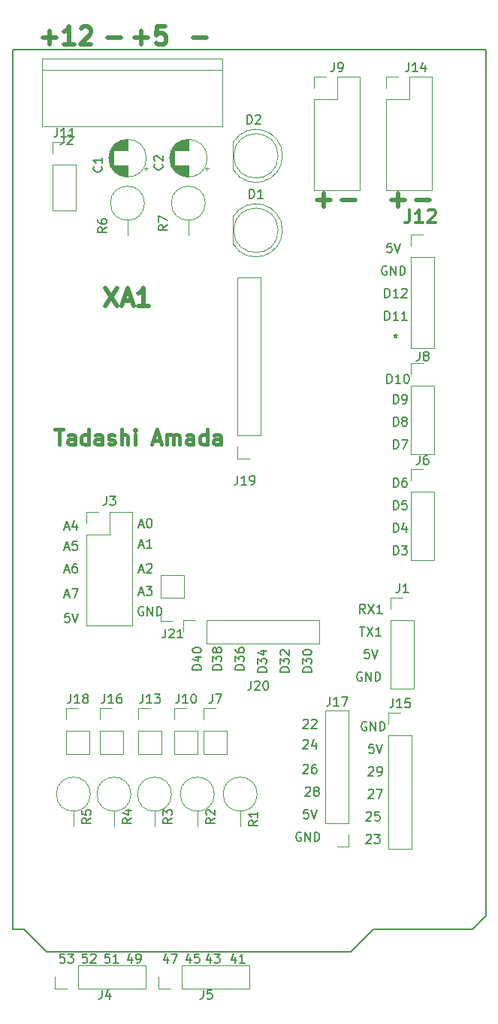
<source format=gbr>
G04 #@! TF.GenerationSoftware,KiCad,Pcbnew,(5.1.2)-2*
G04 #@! TF.CreationDate,2020-04-13T13:08:01+07:00*
G04 #@! TF.ProjectId,arduino_due_shield,61726475-696e-46f5-9f64-75655f736869,rev?*
G04 #@! TF.SameCoordinates,Original*
G04 #@! TF.FileFunction,Legend,Top*
G04 #@! TF.FilePolarity,Positive*
%FSLAX46Y46*%
G04 Gerber Fmt 4.6, Leading zero omitted, Abs format (unit mm)*
G04 Created by KiCad (PCBNEW (5.1.2)-2) date 2020-04-13 13:08:01*
%MOMM*%
%LPD*%
G04 APERTURE LIST*
%ADD10C,0.150000*%
%ADD11C,0.425000*%
%ADD12C,0.500000*%
%ADD13C,0.120000*%
%ADD14C,0.300000*%
G04 APERTURE END LIST*
D10*
X102123904Y-142708380D02*
X101647714Y-142708380D01*
X101600095Y-143184571D01*
X101647714Y-143136952D01*
X101742952Y-143089333D01*
X101981047Y-143089333D01*
X102076285Y-143136952D01*
X102123904Y-143184571D01*
X102171523Y-143279809D01*
X102171523Y-143517904D01*
X102123904Y-143613142D01*
X102076285Y-143660761D01*
X101981047Y-143708380D01*
X101742952Y-143708380D01*
X101647714Y-143660761D01*
X101600095Y-143613142D01*
X102504857Y-142708380D02*
X103123904Y-142708380D01*
X102790571Y-143089333D01*
X102933428Y-143089333D01*
X103028666Y-143136952D01*
X103076285Y-143184571D01*
X103123904Y-143279809D01*
X103123904Y-143517904D01*
X103076285Y-143613142D01*
X103028666Y-143660761D01*
X102933428Y-143708380D01*
X102647714Y-143708380D01*
X102552476Y-143660761D01*
X102504857Y-143613142D01*
X104663904Y-142708380D02*
X104187714Y-142708380D01*
X104140095Y-143184571D01*
X104187714Y-143136952D01*
X104282952Y-143089333D01*
X104521047Y-143089333D01*
X104616285Y-143136952D01*
X104663904Y-143184571D01*
X104711523Y-143279809D01*
X104711523Y-143517904D01*
X104663904Y-143613142D01*
X104616285Y-143660761D01*
X104521047Y-143708380D01*
X104282952Y-143708380D01*
X104187714Y-143660761D01*
X104140095Y-143613142D01*
X105092476Y-142803619D02*
X105140095Y-142756000D01*
X105235333Y-142708380D01*
X105473428Y-142708380D01*
X105568666Y-142756000D01*
X105616285Y-142803619D01*
X105663904Y-142898857D01*
X105663904Y-142994095D01*
X105616285Y-143136952D01*
X105044857Y-143708380D01*
X105663904Y-143708380D01*
X107203904Y-142708380D02*
X106727714Y-142708380D01*
X106680095Y-143184571D01*
X106727714Y-143136952D01*
X106822952Y-143089333D01*
X107061047Y-143089333D01*
X107156285Y-143136952D01*
X107203904Y-143184571D01*
X107251523Y-143279809D01*
X107251523Y-143517904D01*
X107203904Y-143613142D01*
X107156285Y-143660761D01*
X107061047Y-143708380D01*
X106822952Y-143708380D01*
X106727714Y-143660761D01*
X106680095Y-143613142D01*
X108203904Y-143708380D02*
X107632476Y-143708380D01*
X107918190Y-143708380D02*
X107918190Y-142708380D01*
X107822952Y-142851238D01*
X107727714Y-142946476D01*
X107632476Y-142994095D01*
X109696285Y-143041714D02*
X109696285Y-143708380D01*
X109458190Y-142660761D02*
X109220095Y-143375047D01*
X109839142Y-143375047D01*
X110267714Y-143708380D02*
X110458190Y-143708380D01*
X110553428Y-143660761D01*
X110601047Y-143613142D01*
X110696285Y-143470285D01*
X110743904Y-143279809D01*
X110743904Y-142898857D01*
X110696285Y-142803619D01*
X110648666Y-142756000D01*
X110553428Y-142708380D01*
X110362952Y-142708380D01*
X110267714Y-142756000D01*
X110220095Y-142803619D01*
X110172476Y-142898857D01*
X110172476Y-143136952D01*
X110220095Y-143232190D01*
X110267714Y-143279809D01*
X110362952Y-143327428D01*
X110553428Y-143327428D01*
X110648666Y-143279809D01*
X110696285Y-143232190D01*
X110743904Y-143136952D01*
X113760285Y-143041714D02*
X113760285Y-143708380D01*
X113522190Y-142660761D02*
X113284095Y-143375047D01*
X113903142Y-143375047D01*
X114188857Y-142708380D02*
X114855523Y-142708380D01*
X114426952Y-143708380D01*
X116300285Y-143041714D02*
X116300285Y-143708380D01*
X116062190Y-142660761D02*
X115824095Y-143375047D01*
X116443142Y-143375047D01*
X117300285Y-142708380D02*
X116824095Y-142708380D01*
X116776476Y-143184571D01*
X116824095Y-143136952D01*
X116919333Y-143089333D01*
X117157428Y-143089333D01*
X117252666Y-143136952D01*
X117300285Y-143184571D01*
X117347904Y-143279809D01*
X117347904Y-143517904D01*
X117300285Y-143613142D01*
X117252666Y-143660761D01*
X117157428Y-143708380D01*
X116919333Y-143708380D01*
X116824095Y-143660761D01*
X116776476Y-143613142D01*
X118586285Y-143041714D02*
X118586285Y-143708380D01*
X118348190Y-142660761D02*
X118110095Y-143375047D01*
X118729142Y-143375047D01*
X119014857Y-142708380D02*
X119633904Y-142708380D01*
X119300571Y-143089333D01*
X119443428Y-143089333D01*
X119538666Y-143136952D01*
X119586285Y-143184571D01*
X119633904Y-143279809D01*
X119633904Y-143517904D01*
X119586285Y-143613142D01*
X119538666Y-143660761D01*
X119443428Y-143708380D01*
X119157714Y-143708380D01*
X119062476Y-143660761D01*
X119014857Y-143613142D01*
X121380285Y-143041714D02*
X121380285Y-143708380D01*
X121142190Y-142660761D02*
X120904095Y-143375047D01*
X121523142Y-143375047D01*
X122427904Y-143708380D02*
X121856476Y-143708380D01*
X122142190Y-143708380D02*
X122142190Y-142708380D01*
X122046952Y-142851238D01*
X121951714Y-142946476D01*
X121856476Y-142994095D01*
X102155714Y-94654666D02*
X102631904Y-94654666D01*
X102060476Y-94940380D02*
X102393809Y-93940380D01*
X102727142Y-94940380D01*
X103489047Y-94273714D02*
X103489047Y-94940380D01*
X103250952Y-93892761D02*
X103012857Y-94607047D01*
X103631904Y-94607047D01*
X102155714Y-102274666D02*
X102631904Y-102274666D01*
X102060476Y-102560380D02*
X102393809Y-101560380D01*
X102727142Y-102560380D01*
X102965238Y-101560380D02*
X103631904Y-101560380D01*
X103203333Y-102560380D01*
X102155714Y-96940666D02*
X102631904Y-96940666D01*
X102060476Y-97226380D02*
X102393809Y-96226380D01*
X102727142Y-97226380D01*
X103536666Y-96226380D02*
X103060476Y-96226380D01*
X103012857Y-96702571D01*
X103060476Y-96654952D01*
X103155714Y-96607333D01*
X103393809Y-96607333D01*
X103489047Y-96654952D01*
X103536666Y-96702571D01*
X103584285Y-96797809D01*
X103584285Y-97035904D01*
X103536666Y-97131142D01*
X103489047Y-97178761D01*
X103393809Y-97226380D01*
X103155714Y-97226380D01*
X103060476Y-97178761D01*
X103012857Y-97131142D01*
X102155714Y-99480666D02*
X102631904Y-99480666D01*
X102060476Y-99766380D02*
X102393809Y-98766380D01*
X102727142Y-99766380D01*
X103489047Y-98766380D02*
X103298571Y-98766380D01*
X103203333Y-98814000D01*
X103155714Y-98861619D01*
X103060476Y-99004476D01*
X103012857Y-99194952D01*
X103012857Y-99575904D01*
X103060476Y-99671142D01*
X103108095Y-99718761D01*
X103203333Y-99766380D01*
X103393809Y-99766380D01*
X103489047Y-99718761D01*
X103536666Y-99671142D01*
X103584285Y-99575904D01*
X103584285Y-99337809D01*
X103536666Y-99242571D01*
X103489047Y-99194952D01*
X103393809Y-99147333D01*
X103203333Y-99147333D01*
X103108095Y-99194952D01*
X103060476Y-99242571D01*
X103012857Y-99337809D01*
X102679523Y-104354380D02*
X102203333Y-104354380D01*
X102155714Y-104830571D01*
X102203333Y-104782952D01*
X102298571Y-104735333D01*
X102536666Y-104735333D01*
X102631904Y-104782952D01*
X102679523Y-104830571D01*
X102727142Y-104925809D01*
X102727142Y-105163904D01*
X102679523Y-105259142D01*
X102631904Y-105306761D01*
X102536666Y-105354380D01*
X102298571Y-105354380D01*
X102203333Y-105306761D01*
X102155714Y-105259142D01*
X103012857Y-104354380D02*
X103346190Y-105354380D01*
X103679523Y-104354380D01*
X110998095Y-103640000D02*
X110902857Y-103592380D01*
X110760000Y-103592380D01*
X110617142Y-103640000D01*
X110521904Y-103735238D01*
X110474285Y-103830476D01*
X110426666Y-104020952D01*
X110426666Y-104163809D01*
X110474285Y-104354285D01*
X110521904Y-104449523D01*
X110617142Y-104544761D01*
X110760000Y-104592380D01*
X110855238Y-104592380D01*
X110998095Y-104544761D01*
X111045714Y-104497142D01*
X111045714Y-104163809D01*
X110855238Y-104163809D01*
X111474285Y-104592380D02*
X111474285Y-103592380D01*
X112045714Y-104592380D01*
X112045714Y-103592380D01*
X112521904Y-104592380D02*
X112521904Y-103592380D01*
X112760000Y-103592380D01*
X112902857Y-103640000D01*
X112998095Y-103735238D01*
X113045714Y-103830476D01*
X113093333Y-104020952D01*
X113093333Y-104163809D01*
X113045714Y-104354285D01*
X112998095Y-104449523D01*
X112902857Y-104544761D01*
X112760000Y-104592380D01*
X112521904Y-104592380D01*
X110537714Y-102020666D02*
X111013904Y-102020666D01*
X110442476Y-102306380D02*
X110775809Y-101306380D01*
X111109142Y-102306380D01*
X111347238Y-101306380D02*
X111966285Y-101306380D01*
X111632952Y-101687333D01*
X111775809Y-101687333D01*
X111871047Y-101734952D01*
X111918666Y-101782571D01*
X111966285Y-101877809D01*
X111966285Y-102115904D01*
X111918666Y-102211142D01*
X111871047Y-102258761D01*
X111775809Y-102306380D01*
X111490095Y-102306380D01*
X111394857Y-102258761D01*
X111347238Y-102211142D01*
X110537714Y-99480666D02*
X111013904Y-99480666D01*
X110442476Y-99766380D02*
X110775809Y-98766380D01*
X111109142Y-99766380D01*
X111394857Y-98861619D02*
X111442476Y-98814000D01*
X111537714Y-98766380D01*
X111775809Y-98766380D01*
X111871047Y-98814000D01*
X111918666Y-98861619D01*
X111966285Y-98956857D01*
X111966285Y-99052095D01*
X111918666Y-99194952D01*
X111347238Y-99766380D01*
X111966285Y-99766380D01*
X110537714Y-96686666D02*
X111013904Y-96686666D01*
X110442476Y-96972380D02*
X110775809Y-95972380D01*
X111109142Y-96972380D01*
X111966285Y-96972380D02*
X111394857Y-96972380D01*
X111680571Y-96972380D02*
X111680571Y-95972380D01*
X111585333Y-96115238D01*
X111490095Y-96210476D01*
X111394857Y-96258095D01*
X110537714Y-94400666D02*
X111013904Y-94400666D01*
X110442476Y-94686380D02*
X110775809Y-93686380D01*
X111109142Y-94686380D01*
X111632952Y-93686380D02*
X111728190Y-93686380D01*
X111823428Y-93734000D01*
X111871047Y-93781619D01*
X111918666Y-93876857D01*
X111966285Y-94067333D01*
X111966285Y-94305428D01*
X111918666Y-94495904D01*
X111871047Y-94591142D01*
X111823428Y-94638761D01*
X111728190Y-94686380D01*
X111632952Y-94686380D01*
X111537714Y-94638761D01*
X111490095Y-94591142D01*
X111442476Y-94495904D01*
X111394857Y-94305428D01*
X111394857Y-94067333D01*
X111442476Y-93876857D01*
X111490095Y-93781619D01*
X111537714Y-93734000D01*
X111632952Y-93686380D01*
X117546380Y-110688285D02*
X116546380Y-110688285D01*
X116546380Y-110450190D01*
X116594000Y-110307333D01*
X116689238Y-110212095D01*
X116784476Y-110164476D01*
X116974952Y-110116857D01*
X117117809Y-110116857D01*
X117308285Y-110164476D01*
X117403523Y-110212095D01*
X117498761Y-110307333D01*
X117546380Y-110450190D01*
X117546380Y-110688285D01*
X116879714Y-109259714D02*
X117546380Y-109259714D01*
X116498761Y-109497809D02*
X117213047Y-109735904D01*
X117213047Y-109116857D01*
X116546380Y-108545428D02*
X116546380Y-108450190D01*
X116594000Y-108354952D01*
X116641619Y-108307333D01*
X116736857Y-108259714D01*
X116927333Y-108212095D01*
X117165428Y-108212095D01*
X117355904Y-108259714D01*
X117451142Y-108307333D01*
X117498761Y-108354952D01*
X117546380Y-108450190D01*
X117546380Y-108545428D01*
X117498761Y-108640666D01*
X117451142Y-108688285D01*
X117355904Y-108735904D01*
X117165428Y-108783523D01*
X116927333Y-108783523D01*
X116736857Y-108735904D01*
X116641619Y-108688285D01*
X116594000Y-108640666D01*
X116546380Y-108545428D01*
X119832380Y-110688285D02*
X118832380Y-110688285D01*
X118832380Y-110450190D01*
X118880000Y-110307333D01*
X118975238Y-110212095D01*
X119070476Y-110164476D01*
X119260952Y-110116857D01*
X119403809Y-110116857D01*
X119594285Y-110164476D01*
X119689523Y-110212095D01*
X119784761Y-110307333D01*
X119832380Y-110450190D01*
X119832380Y-110688285D01*
X118832380Y-109783523D02*
X118832380Y-109164476D01*
X119213333Y-109497809D01*
X119213333Y-109354952D01*
X119260952Y-109259714D01*
X119308571Y-109212095D01*
X119403809Y-109164476D01*
X119641904Y-109164476D01*
X119737142Y-109212095D01*
X119784761Y-109259714D01*
X119832380Y-109354952D01*
X119832380Y-109640666D01*
X119784761Y-109735904D01*
X119737142Y-109783523D01*
X119260952Y-108593047D02*
X119213333Y-108688285D01*
X119165714Y-108735904D01*
X119070476Y-108783523D01*
X119022857Y-108783523D01*
X118927619Y-108735904D01*
X118880000Y-108688285D01*
X118832380Y-108593047D01*
X118832380Y-108402571D01*
X118880000Y-108307333D01*
X118927619Y-108259714D01*
X119022857Y-108212095D01*
X119070476Y-108212095D01*
X119165714Y-108259714D01*
X119213333Y-108307333D01*
X119260952Y-108402571D01*
X119260952Y-108593047D01*
X119308571Y-108688285D01*
X119356190Y-108735904D01*
X119451428Y-108783523D01*
X119641904Y-108783523D01*
X119737142Y-108735904D01*
X119784761Y-108688285D01*
X119832380Y-108593047D01*
X119832380Y-108402571D01*
X119784761Y-108307333D01*
X119737142Y-108259714D01*
X119641904Y-108212095D01*
X119451428Y-108212095D01*
X119356190Y-108259714D01*
X119308571Y-108307333D01*
X119260952Y-108402571D01*
X122372380Y-110688285D02*
X121372380Y-110688285D01*
X121372380Y-110450190D01*
X121420000Y-110307333D01*
X121515238Y-110212095D01*
X121610476Y-110164476D01*
X121800952Y-110116857D01*
X121943809Y-110116857D01*
X122134285Y-110164476D01*
X122229523Y-110212095D01*
X122324761Y-110307333D01*
X122372380Y-110450190D01*
X122372380Y-110688285D01*
X121372380Y-109783523D02*
X121372380Y-109164476D01*
X121753333Y-109497809D01*
X121753333Y-109354952D01*
X121800952Y-109259714D01*
X121848571Y-109212095D01*
X121943809Y-109164476D01*
X122181904Y-109164476D01*
X122277142Y-109212095D01*
X122324761Y-109259714D01*
X122372380Y-109354952D01*
X122372380Y-109640666D01*
X122324761Y-109735904D01*
X122277142Y-109783523D01*
X121372380Y-108307333D02*
X121372380Y-108497809D01*
X121420000Y-108593047D01*
X121467619Y-108640666D01*
X121610476Y-108735904D01*
X121800952Y-108783523D01*
X122181904Y-108783523D01*
X122277142Y-108735904D01*
X122324761Y-108688285D01*
X122372380Y-108593047D01*
X122372380Y-108402571D01*
X122324761Y-108307333D01*
X122277142Y-108259714D01*
X122181904Y-108212095D01*
X121943809Y-108212095D01*
X121848571Y-108259714D01*
X121800952Y-108307333D01*
X121753333Y-108402571D01*
X121753333Y-108593047D01*
X121800952Y-108688285D01*
X121848571Y-108735904D01*
X121943809Y-108783523D01*
X124912380Y-110942285D02*
X123912380Y-110942285D01*
X123912380Y-110704190D01*
X123960000Y-110561333D01*
X124055238Y-110466095D01*
X124150476Y-110418476D01*
X124340952Y-110370857D01*
X124483809Y-110370857D01*
X124674285Y-110418476D01*
X124769523Y-110466095D01*
X124864761Y-110561333D01*
X124912380Y-110704190D01*
X124912380Y-110942285D01*
X123912380Y-110037523D02*
X123912380Y-109418476D01*
X124293333Y-109751809D01*
X124293333Y-109608952D01*
X124340952Y-109513714D01*
X124388571Y-109466095D01*
X124483809Y-109418476D01*
X124721904Y-109418476D01*
X124817142Y-109466095D01*
X124864761Y-109513714D01*
X124912380Y-109608952D01*
X124912380Y-109894666D01*
X124864761Y-109989904D01*
X124817142Y-110037523D01*
X124245714Y-108561333D02*
X124912380Y-108561333D01*
X123864761Y-108799428D02*
X124579047Y-109037523D01*
X124579047Y-108418476D01*
X127452380Y-110942285D02*
X126452380Y-110942285D01*
X126452380Y-110704190D01*
X126500000Y-110561333D01*
X126595238Y-110466095D01*
X126690476Y-110418476D01*
X126880952Y-110370857D01*
X127023809Y-110370857D01*
X127214285Y-110418476D01*
X127309523Y-110466095D01*
X127404761Y-110561333D01*
X127452380Y-110704190D01*
X127452380Y-110942285D01*
X126452380Y-110037523D02*
X126452380Y-109418476D01*
X126833333Y-109751809D01*
X126833333Y-109608952D01*
X126880952Y-109513714D01*
X126928571Y-109466095D01*
X127023809Y-109418476D01*
X127261904Y-109418476D01*
X127357142Y-109466095D01*
X127404761Y-109513714D01*
X127452380Y-109608952D01*
X127452380Y-109894666D01*
X127404761Y-109989904D01*
X127357142Y-110037523D01*
X126547619Y-109037523D02*
X126500000Y-108989904D01*
X126452380Y-108894666D01*
X126452380Y-108656571D01*
X126500000Y-108561333D01*
X126547619Y-108513714D01*
X126642857Y-108466095D01*
X126738095Y-108466095D01*
X126880952Y-108513714D01*
X127452380Y-109085142D01*
X127452380Y-108466095D01*
X129992380Y-110942285D02*
X128992380Y-110942285D01*
X128992380Y-110704190D01*
X129040000Y-110561333D01*
X129135238Y-110466095D01*
X129230476Y-110418476D01*
X129420952Y-110370857D01*
X129563809Y-110370857D01*
X129754285Y-110418476D01*
X129849523Y-110466095D01*
X129944761Y-110561333D01*
X129992380Y-110704190D01*
X129992380Y-110942285D01*
X128992380Y-110037523D02*
X128992380Y-109418476D01*
X129373333Y-109751809D01*
X129373333Y-109608952D01*
X129420952Y-109513714D01*
X129468571Y-109466095D01*
X129563809Y-109418476D01*
X129801904Y-109418476D01*
X129897142Y-109466095D01*
X129944761Y-109513714D01*
X129992380Y-109608952D01*
X129992380Y-109894666D01*
X129944761Y-109989904D01*
X129897142Y-110037523D01*
X128992380Y-108799428D02*
X128992380Y-108704190D01*
X129040000Y-108608952D01*
X129087619Y-108561333D01*
X129182857Y-108513714D01*
X129373333Y-108466095D01*
X129611428Y-108466095D01*
X129801904Y-108513714D01*
X129897142Y-108561333D01*
X129944761Y-108608952D01*
X129992380Y-108704190D01*
X129992380Y-108799428D01*
X129944761Y-108894666D01*
X129897142Y-108942285D01*
X129801904Y-108989904D01*
X129611428Y-109037523D01*
X129373333Y-109037523D01*
X129182857Y-108989904D01*
X129087619Y-108942285D01*
X129040000Y-108894666D01*
X128992380Y-108799428D01*
X129032095Y-116387619D02*
X129079714Y-116340000D01*
X129174952Y-116292380D01*
X129413047Y-116292380D01*
X129508285Y-116340000D01*
X129555904Y-116387619D01*
X129603523Y-116482857D01*
X129603523Y-116578095D01*
X129555904Y-116720952D01*
X128984476Y-117292380D01*
X129603523Y-117292380D01*
X129984476Y-116387619D02*
X130032095Y-116340000D01*
X130127333Y-116292380D01*
X130365428Y-116292380D01*
X130460666Y-116340000D01*
X130508285Y-116387619D01*
X130555904Y-116482857D01*
X130555904Y-116578095D01*
X130508285Y-116720952D01*
X129936857Y-117292380D01*
X130555904Y-117292380D01*
X129032095Y-118673619D02*
X129079714Y-118626000D01*
X129174952Y-118578380D01*
X129413047Y-118578380D01*
X129508285Y-118626000D01*
X129555904Y-118673619D01*
X129603523Y-118768857D01*
X129603523Y-118864095D01*
X129555904Y-119006952D01*
X128984476Y-119578380D01*
X129603523Y-119578380D01*
X130460666Y-118911714D02*
X130460666Y-119578380D01*
X130222571Y-118530761D02*
X129984476Y-119245047D01*
X130603523Y-119245047D01*
X129032095Y-121467619D02*
X129079714Y-121420000D01*
X129174952Y-121372380D01*
X129413047Y-121372380D01*
X129508285Y-121420000D01*
X129555904Y-121467619D01*
X129603523Y-121562857D01*
X129603523Y-121658095D01*
X129555904Y-121800952D01*
X128984476Y-122372380D01*
X129603523Y-122372380D01*
X130460666Y-121372380D02*
X130270190Y-121372380D01*
X130174952Y-121420000D01*
X130127333Y-121467619D01*
X130032095Y-121610476D01*
X129984476Y-121800952D01*
X129984476Y-122181904D01*
X130032095Y-122277142D01*
X130079714Y-122324761D01*
X130174952Y-122372380D01*
X130365428Y-122372380D01*
X130460666Y-122324761D01*
X130508285Y-122277142D01*
X130555904Y-122181904D01*
X130555904Y-121943809D01*
X130508285Y-121848571D01*
X130460666Y-121800952D01*
X130365428Y-121753333D01*
X130174952Y-121753333D01*
X130079714Y-121800952D01*
X130032095Y-121848571D01*
X129984476Y-121943809D01*
X129286095Y-124007619D02*
X129333714Y-123960000D01*
X129428952Y-123912380D01*
X129667047Y-123912380D01*
X129762285Y-123960000D01*
X129809904Y-124007619D01*
X129857523Y-124102857D01*
X129857523Y-124198095D01*
X129809904Y-124340952D01*
X129238476Y-124912380D01*
X129857523Y-124912380D01*
X130428952Y-124340952D02*
X130333714Y-124293333D01*
X130286095Y-124245714D01*
X130238476Y-124150476D01*
X130238476Y-124102857D01*
X130286095Y-124007619D01*
X130333714Y-123960000D01*
X130428952Y-123912380D01*
X130619428Y-123912380D01*
X130714666Y-123960000D01*
X130762285Y-124007619D01*
X130809904Y-124102857D01*
X130809904Y-124150476D01*
X130762285Y-124245714D01*
X130714666Y-124293333D01*
X130619428Y-124340952D01*
X130428952Y-124340952D01*
X130333714Y-124388571D01*
X130286095Y-124436190D01*
X130238476Y-124531428D01*
X130238476Y-124721904D01*
X130286095Y-124817142D01*
X130333714Y-124864761D01*
X130428952Y-124912380D01*
X130619428Y-124912380D01*
X130714666Y-124864761D01*
X130762285Y-124817142D01*
X130809904Y-124721904D01*
X130809904Y-124531428D01*
X130762285Y-124436190D01*
X130714666Y-124388571D01*
X130619428Y-124340952D01*
X129603523Y-126452380D02*
X129127333Y-126452380D01*
X129079714Y-126928571D01*
X129127333Y-126880952D01*
X129222571Y-126833333D01*
X129460666Y-126833333D01*
X129555904Y-126880952D01*
X129603523Y-126928571D01*
X129651142Y-127023809D01*
X129651142Y-127261904D01*
X129603523Y-127357142D01*
X129555904Y-127404761D01*
X129460666Y-127452380D01*
X129222571Y-127452380D01*
X129127333Y-127404761D01*
X129079714Y-127357142D01*
X129936857Y-126452380D02*
X130270190Y-127452380D01*
X130603523Y-126452380D01*
X128778095Y-129040000D02*
X128682857Y-128992380D01*
X128540000Y-128992380D01*
X128397142Y-129040000D01*
X128301904Y-129135238D01*
X128254285Y-129230476D01*
X128206666Y-129420952D01*
X128206666Y-129563809D01*
X128254285Y-129754285D01*
X128301904Y-129849523D01*
X128397142Y-129944761D01*
X128540000Y-129992380D01*
X128635238Y-129992380D01*
X128778095Y-129944761D01*
X128825714Y-129897142D01*
X128825714Y-129563809D01*
X128635238Y-129563809D01*
X129254285Y-129992380D02*
X129254285Y-128992380D01*
X129825714Y-129992380D01*
X129825714Y-128992380D01*
X130301904Y-129992380D02*
X130301904Y-128992380D01*
X130540000Y-128992380D01*
X130682857Y-129040000D01*
X130778095Y-129135238D01*
X130825714Y-129230476D01*
X130873333Y-129420952D01*
X130873333Y-129563809D01*
X130825714Y-129754285D01*
X130778095Y-129849523D01*
X130682857Y-129944761D01*
X130540000Y-129992380D01*
X130301904Y-129992380D01*
X136398095Y-121721619D02*
X136445714Y-121674000D01*
X136540952Y-121626380D01*
X136779047Y-121626380D01*
X136874285Y-121674000D01*
X136921904Y-121721619D01*
X136969523Y-121816857D01*
X136969523Y-121912095D01*
X136921904Y-122054952D01*
X136350476Y-122626380D01*
X136969523Y-122626380D01*
X137445714Y-122626380D02*
X137636190Y-122626380D01*
X137731428Y-122578761D01*
X137779047Y-122531142D01*
X137874285Y-122388285D01*
X137921904Y-122197809D01*
X137921904Y-121816857D01*
X137874285Y-121721619D01*
X137826666Y-121674000D01*
X137731428Y-121626380D01*
X137540952Y-121626380D01*
X137445714Y-121674000D01*
X137398095Y-121721619D01*
X137350476Y-121816857D01*
X137350476Y-122054952D01*
X137398095Y-122150190D01*
X137445714Y-122197809D01*
X137540952Y-122245428D01*
X137731428Y-122245428D01*
X137826666Y-122197809D01*
X137874285Y-122150190D01*
X137921904Y-122054952D01*
X136398095Y-124261619D02*
X136445714Y-124214000D01*
X136540952Y-124166380D01*
X136779047Y-124166380D01*
X136874285Y-124214000D01*
X136921904Y-124261619D01*
X136969523Y-124356857D01*
X136969523Y-124452095D01*
X136921904Y-124594952D01*
X136350476Y-125166380D01*
X136969523Y-125166380D01*
X137302857Y-124166380D02*
X137969523Y-124166380D01*
X137540952Y-125166380D01*
X136144095Y-126801619D02*
X136191714Y-126754000D01*
X136286952Y-126706380D01*
X136525047Y-126706380D01*
X136620285Y-126754000D01*
X136667904Y-126801619D01*
X136715523Y-126896857D01*
X136715523Y-126992095D01*
X136667904Y-127134952D01*
X136096476Y-127706380D01*
X136715523Y-127706380D01*
X137620285Y-126706380D02*
X137144095Y-126706380D01*
X137096476Y-127182571D01*
X137144095Y-127134952D01*
X137239333Y-127087333D01*
X137477428Y-127087333D01*
X137572666Y-127134952D01*
X137620285Y-127182571D01*
X137667904Y-127277809D01*
X137667904Y-127515904D01*
X137620285Y-127611142D01*
X137572666Y-127658761D01*
X137477428Y-127706380D01*
X137239333Y-127706380D01*
X137144095Y-127658761D01*
X137096476Y-127611142D01*
X136144095Y-129341619D02*
X136191714Y-129294000D01*
X136286952Y-129246380D01*
X136525047Y-129246380D01*
X136620285Y-129294000D01*
X136667904Y-129341619D01*
X136715523Y-129436857D01*
X136715523Y-129532095D01*
X136667904Y-129674952D01*
X136096476Y-130246380D01*
X136715523Y-130246380D01*
X137048857Y-129246380D02*
X137667904Y-129246380D01*
X137334571Y-129627333D01*
X137477428Y-129627333D01*
X137572666Y-129674952D01*
X137620285Y-129722571D01*
X137667904Y-129817809D01*
X137667904Y-130055904D01*
X137620285Y-130151142D01*
X137572666Y-130198761D01*
X137477428Y-130246380D01*
X137191714Y-130246380D01*
X137096476Y-130198761D01*
X137048857Y-130151142D01*
X136969523Y-119086380D02*
X136493333Y-119086380D01*
X136445714Y-119562571D01*
X136493333Y-119514952D01*
X136588571Y-119467333D01*
X136826666Y-119467333D01*
X136921904Y-119514952D01*
X136969523Y-119562571D01*
X137017142Y-119657809D01*
X137017142Y-119895904D01*
X136969523Y-119991142D01*
X136921904Y-120038761D01*
X136826666Y-120086380D01*
X136588571Y-120086380D01*
X136493333Y-120038761D01*
X136445714Y-119991142D01*
X137302857Y-119086380D02*
X137636190Y-120086380D01*
X137969523Y-119086380D01*
X136144095Y-116594000D02*
X136048857Y-116546380D01*
X135906000Y-116546380D01*
X135763142Y-116594000D01*
X135667904Y-116689238D01*
X135620285Y-116784476D01*
X135572666Y-116974952D01*
X135572666Y-117117809D01*
X135620285Y-117308285D01*
X135667904Y-117403523D01*
X135763142Y-117498761D01*
X135906000Y-117546380D01*
X136001238Y-117546380D01*
X136144095Y-117498761D01*
X136191714Y-117451142D01*
X136191714Y-117117809D01*
X136001238Y-117117809D01*
X136620285Y-117546380D02*
X136620285Y-116546380D01*
X137191714Y-117546380D01*
X137191714Y-116546380D01*
X137667904Y-117546380D02*
X137667904Y-116546380D01*
X137906000Y-116546380D01*
X138048857Y-116594000D01*
X138144095Y-116689238D01*
X138191714Y-116784476D01*
X138239333Y-116974952D01*
X138239333Y-117117809D01*
X138191714Y-117308285D01*
X138144095Y-117403523D01*
X138048857Y-117498761D01*
X137906000Y-117546380D01*
X137667904Y-117546380D01*
X135636095Y-111006000D02*
X135540857Y-110958380D01*
X135398000Y-110958380D01*
X135255142Y-111006000D01*
X135159904Y-111101238D01*
X135112285Y-111196476D01*
X135064666Y-111386952D01*
X135064666Y-111529809D01*
X135112285Y-111720285D01*
X135159904Y-111815523D01*
X135255142Y-111910761D01*
X135398000Y-111958380D01*
X135493238Y-111958380D01*
X135636095Y-111910761D01*
X135683714Y-111863142D01*
X135683714Y-111529809D01*
X135493238Y-111529809D01*
X136112285Y-111958380D02*
X136112285Y-110958380D01*
X136683714Y-111958380D01*
X136683714Y-110958380D01*
X137159904Y-111958380D02*
X137159904Y-110958380D01*
X137398000Y-110958380D01*
X137540857Y-111006000D01*
X137636095Y-111101238D01*
X137683714Y-111196476D01*
X137731333Y-111386952D01*
X137731333Y-111529809D01*
X137683714Y-111720285D01*
X137636095Y-111815523D01*
X137540857Y-111910761D01*
X137398000Y-111958380D01*
X137159904Y-111958380D01*
X136461523Y-108418380D02*
X135985333Y-108418380D01*
X135937714Y-108894571D01*
X135985333Y-108846952D01*
X136080571Y-108799333D01*
X136318666Y-108799333D01*
X136413904Y-108846952D01*
X136461523Y-108894571D01*
X136509142Y-108989809D01*
X136509142Y-109227904D01*
X136461523Y-109323142D01*
X136413904Y-109370761D01*
X136318666Y-109418380D01*
X136080571Y-109418380D01*
X135985333Y-109370761D01*
X135937714Y-109323142D01*
X136794857Y-108418380D02*
X137128190Y-109418380D01*
X137461523Y-108418380D01*
X135413904Y-105878380D02*
X135985333Y-105878380D01*
X135699619Y-106878380D02*
X135699619Y-105878380D01*
X136223428Y-105878380D02*
X136890095Y-106878380D01*
X136890095Y-105878380D02*
X136223428Y-106878380D01*
X137794857Y-106878380D02*
X137223428Y-106878380D01*
X137509142Y-106878380D02*
X137509142Y-105878380D01*
X137413904Y-106021238D01*
X137318666Y-106116476D01*
X137223428Y-106164095D01*
X136009142Y-104338380D02*
X135675809Y-103862190D01*
X135437714Y-104338380D02*
X135437714Y-103338380D01*
X135818666Y-103338380D01*
X135913904Y-103386000D01*
X135961523Y-103433619D01*
X136009142Y-103528857D01*
X136009142Y-103671714D01*
X135961523Y-103766952D01*
X135913904Y-103814571D01*
X135818666Y-103862190D01*
X135437714Y-103862190D01*
X136342476Y-103338380D02*
X137009142Y-104338380D01*
X137009142Y-103338380D02*
X136342476Y-104338380D01*
X137913904Y-104338380D02*
X137342476Y-104338380D01*
X137628190Y-104338380D02*
X137628190Y-103338380D01*
X137532952Y-103481238D01*
X137437714Y-103576476D01*
X137342476Y-103624095D01*
X139001523Y-62698380D02*
X138525333Y-62698380D01*
X138477714Y-63174571D01*
X138525333Y-63126952D01*
X138620571Y-63079333D01*
X138858666Y-63079333D01*
X138953904Y-63126952D01*
X139001523Y-63174571D01*
X139049142Y-63269809D01*
X139049142Y-63507904D01*
X139001523Y-63603142D01*
X138953904Y-63650761D01*
X138858666Y-63698380D01*
X138620571Y-63698380D01*
X138525333Y-63650761D01*
X138477714Y-63603142D01*
X139334857Y-62698380D02*
X139668190Y-63698380D01*
X140001523Y-62698380D01*
X138430095Y-65286000D02*
X138334857Y-65238380D01*
X138192000Y-65238380D01*
X138049142Y-65286000D01*
X137953904Y-65381238D01*
X137906285Y-65476476D01*
X137858666Y-65666952D01*
X137858666Y-65809809D01*
X137906285Y-66000285D01*
X137953904Y-66095523D01*
X138049142Y-66190761D01*
X138192000Y-66238380D01*
X138287238Y-66238380D01*
X138430095Y-66190761D01*
X138477714Y-66143142D01*
X138477714Y-65809809D01*
X138287238Y-65809809D01*
X138906285Y-66238380D02*
X138906285Y-65238380D01*
X139477714Y-66238380D01*
X139477714Y-65238380D01*
X139953904Y-66238380D02*
X139953904Y-65238380D01*
X140192000Y-65238380D01*
X140334857Y-65286000D01*
X140430095Y-65381238D01*
X140477714Y-65476476D01*
X140525333Y-65666952D01*
X140525333Y-65809809D01*
X140477714Y-66000285D01*
X140430095Y-66095523D01*
X140334857Y-66190761D01*
X140192000Y-66238380D01*
X139953904Y-66238380D01*
X139446000Y-72858380D02*
X139446000Y-73096476D01*
X139207904Y-73001238D02*
X139446000Y-73096476D01*
X139684095Y-73001238D01*
X139303142Y-73286952D02*
X139446000Y-73096476D01*
X139588857Y-73286952D01*
X138231714Y-68778380D02*
X138231714Y-67778380D01*
X138469809Y-67778380D01*
X138612666Y-67826000D01*
X138707904Y-67921238D01*
X138755523Y-68016476D01*
X138803142Y-68206952D01*
X138803142Y-68349809D01*
X138755523Y-68540285D01*
X138707904Y-68635523D01*
X138612666Y-68730761D01*
X138469809Y-68778380D01*
X138231714Y-68778380D01*
X139755523Y-68778380D02*
X139184095Y-68778380D01*
X139469809Y-68778380D02*
X139469809Y-67778380D01*
X139374571Y-67921238D01*
X139279333Y-68016476D01*
X139184095Y-68064095D01*
X140136476Y-67873619D02*
X140184095Y-67826000D01*
X140279333Y-67778380D01*
X140517428Y-67778380D01*
X140612666Y-67826000D01*
X140660285Y-67873619D01*
X140707904Y-67968857D01*
X140707904Y-68064095D01*
X140660285Y-68206952D01*
X140088857Y-68778380D01*
X140707904Y-68778380D01*
X138231714Y-71318380D02*
X138231714Y-70318380D01*
X138469809Y-70318380D01*
X138612666Y-70366000D01*
X138707904Y-70461238D01*
X138755523Y-70556476D01*
X138803142Y-70746952D01*
X138803142Y-70889809D01*
X138755523Y-71080285D01*
X138707904Y-71175523D01*
X138612666Y-71270761D01*
X138469809Y-71318380D01*
X138231714Y-71318380D01*
X139755523Y-71318380D02*
X139184095Y-71318380D01*
X139469809Y-71318380D02*
X139469809Y-70318380D01*
X139374571Y-70461238D01*
X139279333Y-70556476D01*
X139184095Y-70604095D01*
X140707904Y-71318380D02*
X140136476Y-71318380D01*
X140422190Y-71318380D02*
X140422190Y-70318380D01*
X140326952Y-70461238D01*
X140231714Y-70556476D01*
X140136476Y-70604095D01*
X138485714Y-78430380D02*
X138485714Y-77430380D01*
X138723809Y-77430380D01*
X138866666Y-77478000D01*
X138961904Y-77573238D01*
X139009523Y-77668476D01*
X139057142Y-77858952D01*
X139057142Y-78001809D01*
X139009523Y-78192285D01*
X138961904Y-78287523D01*
X138866666Y-78382761D01*
X138723809Y-78430380D01*
X138485714Y-78430380D01*
X140009523Y-78430380D02*
X139438095Y-78430380D01*
X139723809Y-78430380D02*
X139723809Y-77430380D01*
X139628571Y-77573238D01*
X139533333Y-77668476D01*
X139438095Y-77716095D01*
X140628571Y-77430380D02*
X140723809Y-77430380D01*
X140819047Y-77478000D01*
X140866666Y-77525619D01*
X140914285Y-77620857D01*
X140961904Y-77811333D01*
X140961904Y-78049428D01*
X140914285Y-78239904D01*
X140866666Y-78335142D01*
X140819047Y-78382761D01*
X140723809Y-78430380D01*
X140628571Y-78430380D01*
X140533333Y-78382761D01*
X140485714Y-78335142D01*
X140438095Y-78239904D01*
X140390476Y-78049428D01*
X140390476Y-77811333D01*
X140438095Y-77620857D01*
X140485714Y-77525619D01*
X140533333Y-77478000D01*
X140628571Y-77430380D01*
X139215904Y-80716380D02*
X139215904Y-79716380D01*
X139454000Y-79716380D01*
X139596857Y-79764000D01*
X139692095Y-79859238D01*
X139739714Y-79954476D01*
X139787333Y-80144952D01*
X139787333Y-80287809D01*
X139739714Y-80478285D01*
X139692095Y-80573523D01*
X139596857Y-80668761D01*
X139454000Y-80716380D01*
X139215904Y-80716380D01*
X140263523Y-80716380D02*
X140454000Y-80716380D01*
X140549238Y-80668761D01*
X140596857Y-80621142D01*
X140692095Y-80478285D01*
X140739714Y-80287809D01*
X140739714Y-79906857D01*
X140692095Y-79811619D01*
X140644476Y-79764000D01*
X140549238Y-79716380D01*
X140358761Y-79716380D01*
X140263523Y-79764000D01*
X140215904Y-79811619D01*
X140168285Y-79906857D01*
X140168285Y-80144952D01*
X140215904Y-80240190D01*
X140263523Y-80287809D01*
X140358761Y-80335428D01*
X140549238Y-80335428D01*
X140644476Y-80287809D01*
X140692095Y-80240190D01*
X140739714Y-80144952D01*
X139215904Y-83256380D02*
X139215904Y-82256380D01*
X139454000Y-82256380D01*
X139596857Y-82304000D01*
X139692095Y-82399238D01*
X139739714Y-82494476D01*
X139787333Y-82684952D01*
X139787333Y-82827809D01*
X139739714Y-83018285D01*
X139692095Y-83113523D01*
X139596857Y-83208761D01*
X139454000Y-83256380D01*
X139215904Y-83256380D01*
X140358761Y-82684952D02*
X140263523Y-82637333D01*
X140215904Y-82589714D01*
X140168285Y-82494476D01*
X140168285Y-82446857D01*
X140215904Y-82351619D01*
X140263523Y-82304000D01*
X140358761Y-82256380D01*
X140549238Y-82256380D01*
X140644476Y-82304000D01*
X140692095Y-82351619D01*
X140739714Y-82446857D01*
X140739714Y-82494476D01*
X140692095Y-82589714D01*
X140644476Y-82637333D01*
X140549238Y-82684952D01*
X140358761Y-82684952D01*
X140263523Y-82732571D01*
X140215904Y-82780190D01*
X140168285Y-82875428D01*
X140168285Y-83065904D01*
X140215904Y-83161142D01*
X140263523Y-83208761D01*
X140358761Y-83256380D01*
X140549238Y-83256380D01*
X140644476Y-83208761D01*
X140692095Y-83161142D01*
X140739714Y-83065904D01*
X140739714Y-82875428D01*
X140692095Y-82780190D01*
X140644476Y-82732571D01*
X140549238Y-82684952D01*
X139215904Y-85796380D02*
X139215904Y-84796380D01*
X139454000Y-84796380D01*
X139596857Y-84844000D01*
X139692095Y-84939238D01*
X139739714Y-85034476D01*
X139787333Y-85224952D01*
X139787333Y-85367809D01*
X139739714Y-85558285D01*
X139692095Y-85653523D01*
X139596857Y-85748761D01*
X139454000Y-85796380D01*
X139215904Y-85796380D01*
X140120666Y-84796380D02*
X140787333Y-84796380D01*
X140358761Y-85796380D01*
X139215904Y-90114380D02*
X139215904Y-89114380D01*
X139454000Y-89114380D01*
X139596857Y-89162000D01*
X139692095Y-89257238D01*
X139739714Y-89352476D01*
X139787333Y-89542952D01*
X139787333Y-89685809D01*
X139739714Y-89876285D01*
X139692095Y-89971523D01*
X139596857Y-90066761D01*
X139454000Y-90114380D01*
X139215904Y-90114380D01*
X140644476Y-89114380D02*
X140454000Y-89114380D01*
X140358761Y-89162000D01*
X140311142Y-89209619D01*
X140215904Y-89352476D01*
X140168285Y-89542952D01*
X140168285Y-89923904D01*
X140215904Y-90019142D01*
X140263523Y-90066761D01*
X140358761Y-90114380D01*
X140549238Y-90114380D01*
X140644476Y-90066761D01*
X140692095Y-90019142D01*
X140739714Y-89923904D01*
X140739714Y-89685809D01*
X140692095Y-89590571D01*
X140644476Y-89542952D01*
X140549238Y-89495333D01*
X140358761Y-89495333D01*
X140263523Y-89542952D01*
X140215904Y-89590571D01*
X140168285Y-89685809D01*
X139215904Y-92654380D02*
X139215904Y-91654380D01*
X139454000Y-91654380D01*
X139596857Y-91702000D01*
X139692095Y-91797238D01*
X139739714Y-91892476D01*
X139787333Y-92082952D01*
X139787333Y-92225809D01*
X139739714Y-92416285D01*
X139692095Y-92511523D01*
X139596857Y-92606761D01*
X139454000Y-92654380D01*
X139215904Y-92654380D01*
X140692095Y-91654380D02*
X140215904Y-91654380D01*
X140168285Y-92130571D01*
X140215904Y-92082952D01*
X140311142Y-92035333D01*
X140549238Y-92035333D01*
X140644476Y-92082952D01*
X140692095Y-92130571D01*
X140739714Y-92225809D01*
X140739714Y-92463904D01*
X140692095Y-92559142D01*
X140644476Y-92606761D01*
X140549238Y-92654380D01*
X140311142Y-92654380D01*
X140215904Y-92606761D01*
X140168285Y-92559142D01*
X139215904Y-95194380D02*
X139215904Y-94194380D01*
X139454000Y-94194380D01*
X139596857Y-94242000D01*
X139692095Y-94337238D01*
X139739714Y-94432476D01*
X139787333Y-94622952D01*
X139787333Y-94765809D01*
X139739714Y-94956285D01*
X139692095Y-95051523D01*
X139596857Y-95146761D01*
X139454000Y-95194380D01*
X139215904Y-95194380D01*
X140644476Y-94527714D02*
X140644476Y-95194380D01*
X140406380Y-94146761D02*
X140168285Y-94861047D01*
X140787333Y-94861047D01*
X139215904Y-97734380D02*
X139215904Y-96734380D01*
X139454000Y-96734380D01*
X139596857Y-96782000D01*
X139692095Y-96877238D01*
X139739714Y-96972476D01*
X139787333Y-97162952D01*
X139787333Y-97305809D01*
X139739714Y-97496285D01*
X139692095Y-97591523D01*
X139596857Y-97686761D01*
X139454000Y-97734380D01*
X139215904Y-97734380D01*
X140120666Y-96734380D02*
X140739714Y-96734380D01*
X140406380Y-97115333D01*
X140549238Y-97115333D01*
X140644476Y-97162952D01*
X140692095Y-97210571D01*
X140739714Y-97305809D01*
X140739714Y-97543904D01*
X140692095Y-97639142D01*
X140644476Y-97686761D01*
X140549238Y-97734380D01*
X140263523Y-97734380D01*
X140168285Y-97686761D01*
X140120666Y-97639142D01*
D11*
X101018571Y-83651047D02*
X101990000Y-83651047D01*
X101504285Y-85351047D02*
X101504285Y-83651047D01*
X103285238Y-85351047D02*
X103285238Y-84460571D01*
X103204285Y-84298666D01*
X103042380Y-84217714D01*
X102718571Y-84217714D01*
X102556666Y-84298666D01*
X103285238Y-85270095D02*
X103123333Y-85351047D01*
X102718571Y-85351047D01*
X102556666Y-85270095D01*
X102475714Y-85108190D01*
X102475714Y-84946285D01*
X102556666Y-84784380D01*
X102718571Y-84703428D01*
X103123333Y-84703428D01*
X103285238Y-84622476D01*
X104823333Y-85351047D02*
X104823333Y-83651047D01*
X104823333Y-85270095D02*
X104661428Y-85351047D01*
X104337619Y-85351047D01*
X104175714Y-85270095D01*
X104094761Y-85189142D01*
X104013809Y-85027238D01*
X104013809Y-84541523D01*
X104094761Y-84379619D01*
X104175714Y-84298666D01*
X104337619Y-84217714D01*
X104661428Y-84217714D01*
X104823333Y-84298666D01*
X106361428Y-85351047D02*
X106361428Y-84460571D01*
X106280476Y-84298666D01*
X106118571Y-84217714D01*
X105794761Y-84217714D01*
X105632857Y-84298666D01*
X106361428Y-85270095D02*
X106199523Y-85351047D01*
X105794761Y-85351047D01*
X105632857Y-85270095D01*
X105551904Y-85108190D01*
X105551904Y-84946285D01*
X105632857Y-84784380D01*
X105794761Y-84703428D01*
X106199523Y-84703428D01*
X106361428Y-84622476D01*
X107090000Y-85270095D02*
X107251904Y-85351047D01*
X107575714Y-85351047D01*
X107737619Y-85270095D01*
X107818571Y-85108190D01*
X107818571Y-85027238D01*
X107737619Y-84865333D01*
X107575714Y-84784380D01*
X107332857Y-84784380D01*
X107170952Y-84703428D01*
X107090000Y-84541523D01*
X107090000Y-84460571D01*
X107170952Y-84298666D01*
X107332857Y-84217714D01*
X107575714Y-84217714D01*
X107737619Y-84298666D01*
X108547142Y-85351047D02*
X108547142Y-83651047D01*
X109275714Y-85351047D02*
X109275714Y-84460571D01*
X109194761Y-84298666D01*
X109032857Y-84217714D01*
X108790000Y-84217714D01*
X108628095Y-84298666D01*
X108547142Y-84379619D01*
X110085238Y-85351047D02*
X110085238Y-84217714D01*
X110085238Y-83651047D02*
X110004285Y-83732000D01*
X110085238Y-83812952D01*
X110166190Y-83732000D01*
X110085238Y-83651047D01*
X110085238Y-83812952D01*
X112109047Y-84865333D02*
X112918571Y-84865333D01*
X111947142Y-85351047D02*
X112513809Y-83651047D01*
X113080476Y-85351047D01*
X113647142Y-85351047D02*
X113647142Y-84217714D01*
X113647142Y-84379619D02*
X113728095Y-84298666D01*
X113890000Y-84217714D01*
X114132857Y-84217714D01*
X114294761Y-84298666D01*
X114375714Y-84460571D01*
X114375714Y-85351047D01*
X114375714Y-84460571D02*
X114456666Y-84298666D01*
X114618571Y-84217714D01*
X114861428Y-84217714D01*
X115023333Y-84298666D01*
X115104285Y-84460571D01*
X115104285Y-85351047D01*
X116642380Y-85351047D02*
X116642380Y-84460571D01*
X116561428Y-84298666D01*
X116399523Y-84217714D01*
X116075714Y-84217714D01*
X115913809Y-84298666D01*
X116642380Y-85270095D02*
X116480476Y-85351047D01*
X116075714Y-85351047D01*
X115913809Y-85270095D01*
X115832857Y-85108190D01*
X115832857Y-84946285D01*
X115913809Y-84784380D01*
X116075714Y-84703428D01*
X116480476Y-84703428D01*
X116642380Y-84622476D01*
X118180476Y-85351047D02*
X118180476Y-83651047D01*
X118180476Y-85270095D02*
X118018571Y-85351047D01*
X117694761Y-85351047D01*
X117532857Y-85270095D01*
X117451904Y-85189142D01*
X117370952Y-85027238D01*
X117370952Y-84541523D01*
X117451904Y-84379619D01*
X117532857Y-84298666D01*
X117694761Y-84217714D01*
X118018571Y-84217714D01*
X118180476Y-84298666D01*
X119718571Y-85351047D02*
X119718571Y-84460571D01*
X119637619Y-84298666D01*
X119475714Y-84217714D01*
X119151904Y-84217714D01*
X118990000Y-84298666D01*
X119718571Y-85270095D02*
X119556666Y-85351047D01*
X119151904Y-85351047D01*
X118990000Y-85270095D01*
X118909047Y-85108190D01*
X118909047Y-84946285D01*
X118990000Y-84784380D01*
X119151904Y-84703428D01*
X119556666Y-84703428D01*
X119718571Y-84622476D01*
D12*
X141732095Y-57800857D02*
X143255904Y-57800857D01*
X138938095Y-57800857D02*
X140461904Y-57800857D01*
X139700000Y-58562761D02*
X139700000Y-57038952D01*
X133350095Y-57800857D02*
X134873904Y-57800857D01*
X130556095Y-57800857D02*
X132079904Y-57800857D01*
X131318000Y-58562761D02*
X131318000Y-57038952D01*
X116586095Y-39512857D02*
X118109904Y-39512857D01*
X110045714Y-39512857D02*
X111569523Y-39512857D01*
X110807619Y-40274761D02*
X110807619Y-38750952D01*
X113474285Y-38274761D02*
X112521904Y-38274761D01*
X112426666Y-39227142D01*
X112521904Y-39131904D01*
X112712380Y-39036666D01*
X113188571Y-39036666D01*
X113379047Y-39131904D01*
X113474285Y-39227142D01*
X113569523Y-39417619D01*
X113569523Y-39893809D01*
X113474285Y-40084285D01*
X113379047Y-40179523D01*
X113188571Y-40274761D01*
X112712380Y-40274761D01*
X112521904Y-40179523D01*
X112426666Y-40084285D01*
X106934095Y-39512857D02*
X108457904Y-39512857D01*
X99695333Y-39512857D02*
X101219142Y-39512857D01*
X100457238Y-40274761D02*
X100457238Y-38750952D01*
X103219142Y-40274761D02*
X102076285Y-40274761D01*
X102647714Y-40274761D02*
X102647714Y-38274761D01*
X102457238Y-38560476D01*
X102266761Y-38750952D01*
X102076285Y-38846190D01*
X103981047Y-38465238D02*
X104076285Y-38370000D01*
X104266761Y-38274761D01*
X104742952Y-38274761D01*
X104933428Y-38370000D01*
X105028666Y-38465238D01*
X105123904Y-38655714D01*
X105123904Y-38846190D01*
X105028666Y-39131904D01*
X103885809Y-40274761D01*
X105123904Y-40274761D01*
D10*
X149606000Y-40894000D02*
X96266000Y-40894000D01*
X136906000Y-139954000D02*
X148082000Y-139954000D01*
X134366000Y-142494000D02*
X136906000Y-139954000D01*
X100076000Y-142494000D02*
X134366000Y-142494000D01*
X97536000Y-139954000D02*
X100076000Y-142494000D01*
X96266000Y-139954000D02*
X97536000Y-139954000D01*
X149606000Y-138430000D02*
X148082000Y-139954000D01*
X96266000Y-40894000D02*
X96266000Y-139954000D01*
X149606000Y-40894000D02*
X149606000Y-138430000D01*
D13*
X115630000Y-102616000D02*
X112970000Y-102616000D01*
X115630000Y-102616000D02*
X115630000Y-100016000D01*
X115630000Y-100016000D02*
X112970000Y-100016000D01*
X112970000Y-102616000D02*
X112970000Y-100016000D01*
X112970000Y-105216000D02*
X112970000Y-103886000D01*
X114300000Y-105216000D02*
X112970000Y-105216000D01*
X141164000Y-74482000D02*
X143824000Y-74482000D01*
X141164000Y-64262000D02*
X141164000Y-74482000D01*
X143824000Y-64262000D02*
X143824000Y-74482000D01*
X141164000Y-64262000D02*
X143824000Y-64262000D01*
X141164000Y-62992000D02*
X141164000Y-61662000D01*
X141164000Y-61662000D02*
X142494000Y-61662000D01*
X134172000Y-115256000D02*
X131512000Y-115256000D01*
X134172000Y-128016000D02*
X134172000Y-115256000D01*
X131512000Y-128016000D02*
X131512000Y-115256000D01*
X134172000Y-128016000D02*
X131512000Y-128016000D01*
X134172000Y-129286000D02*
X134172000Y-130616000D01*
X134172000Y-130616000D02*
X132842000Y-130616000D01*
X111352000Y-53086000D02*
G75*
G03X111352000Y-53086000I-2120000J0D01*
G01*
X109232000Y-52246000D02*
X109232000Y-51006000D01*
X109232000Y-55166000D02*
X109232000Y-53926000D01*
X109192000Y-52246000D02*
X109192000Y-51006000D01*
X109192000Y-55166000D02*
X109192000Y-53926000D01*
X109152000Y-52246000D02*
X109152000Y-51007000D01*
X109152000Y-55165000D02*
X109152000Y-53926000D01*
X109112000Y-55163000D02*
X109112000Y-53926000D01*
X109112000Y-52246000D02*
X109112000Y-51009000D01*
X109072000Y-55160000D02*
X109072000Y-53926000D01*
X109072000Y-52246000D02*
X109072000Y-51012000D01*
X109032000Y-55157000D02*
X109032000Y-53926000D01*
X109032000Y-52246000D02*
X109032000Y-51015000D01*
X108992000Y-55153000D02*
X108992000Y-53926000D01*
X108992000Y-52246000D02*
X108992000Y-51019000D01*
X108952000Y-55148000D02*
X108952000Y-53926000D01*
X108952000Y-52246000D02*
X108952000Y-51024000D01*
X108912000Y-55142000D02*
X108912000Y-53926000D01*
X108912000Y-52246000D02*
X108912000Y-51030000D01*
X108872000Y-55136000D02*
X108872000Y-53926000D01*
X108872000Y-52246000D02*
X108872000Y-51036000D01*
X108832000Y-55128000D02*
X108832000Y-53926000D01*
X108832000Y-52246000D02*
X108832000Y-51044000D01*
X108792000Y-55120000D02*
X108792000Y-53926000D01*
X108792000Y-52246000D02*
X108792000Y-51052000D01*
X108752000Y-55111000D02*
X108752000Y-53926000D01*
X108752000Y-52246000D02*
X108752000Y-51061000D01*
X108712000Y-55102000D02*
X108712000Y-53926000D01*
X108712000Y-52246000D02*
X108712000Y-51070000D01*
X108672000Y-55091000D02*
X108672000Y-53926000D01*
X108672000Y-52246000D02*
X108672000Y-51081000D01*
X108632000Y-55080000D02*
X108632000Y-53926000D01*
X108632000Y-52246000D02*
X108632000Y-51092000D01*
X108592000Y-55068000D02*
X108592000Y-53926000D01*
X108592000Y-52246000D02*
X108592000Y-51104000D01*
X108552000Y-55054000D02*
X108552000Y-53926000D01*
X108552000Y-52246000D02*
X108552000Y-51118000D01*
X108511000Y-55040000D02*
X108511000Y-53926000D01*
X108511000Y-52246000D02*
X108511000Y-51132000D01*
X108471000Y-55026000D02*
X108471000Y-53926000D01*
X108471000Y-52246000D02*
X108471000Y-51146000D01*
X108431000Y-55010000D02*
X108431000Y-53926000D01*
X108431000Y-52246000D02*
X108431000Y-51162000D01*
X108391000Y-54993000D02*
X108391000Y-53926000D01*
X108391000Y-52246000D02*
X108391000Y-51179000D01*
X108351000Y-54975000D02*
X108351000Y-53926000D01*
X108351000Y-52246000D02*
X108351000Y-51197000D01*
X108311000Y-54956000D02*
X108311000Y-53926000D01*
X108311000Y-52246000D02*
X108311000Y-51216000D01*
X108271000Y-54937000D02*
X108271000Y-53926000D01*
X108271000Y-52246000D02*
X108271000Y-51235000D01*
X108231000Y-54916000D02*
X108231000Y-53926000D01*
X108231000Y-52246000D02*
X108231000Y-51256000D01*
X108191000Y-54894000D02*
X108191000Y-53926000D01*
X108191000Y-52246000D02*
X108191000Y-51278000D01*
X108151000Y-54871000D02*
X108151000Y-53926000D01*
X108151000Y-52246000D02*
X108151000Y-51301000D01*
X108111000Y-54846000D02*
X108111000Y-53926000D01*
X108111000Y-52246000D02*
X108111000Y-51326000D01*
X108071000Y-54821000D02*
X108071000Y-53926000D01*
X108071000Y-52246000D02*
X108071000Y-51351000D01*
X108031000Y-54794000D02*
X108031000Y-53926000D01*
X108031000Y-52246000D02*
X108031000Y-51378000D01*
X107991000Y-54766000D02*
X107991000Y-53926000D01*
X107991000Y-52246000D02*
X107991000Y-51406000D01*
X107951000Y-54736000D02*
X107951000Y-53926000D01*
X107951000Y-52246000D02*
X107951000Y-51436000D01*
X107911000Y-54705000D02*
X107911000Y-53926000D01*
X107911000Y-52246000D02*
X107911000Y-51467000D01*
X107871000Y-54673000D02*
X107871000Y-53926000D01*
X107871000Y-52246000D02*
X107871000Y-51499000D01*
X107831000Y-54638000D02*
X107831000Y-53926000D01*
X107831000Y-52246000D02*
X107831000Y-51534000D01*
X107791000Y-54602000D02*
X107791000Y-53926000D01*
X107791000Y-52246000D02*
X107791000Y-51570000D01*
X107751000Y-54564000D02*
X107751000Y-53926000D01*
X107751000Y-52246000D02*
X107751000Y-51608000D01*
X107711000Y-54524000D02*
X107711000Y-53926000D01*
X107711000Y-52246000D02*
X107711000Y-51648000D01*
X107671000Y-54482000D02*
X107671000Y-53926000D01*
X107671000Y-52246000D02*
X107671000Y-51690000D01*
X107631000Y-54437000D02*
X107631000Y-51735000D01*
X107591000Y-54390000D02*
X107591000Y-51782000D01*
X107551000Y-54340000D02*
X107551000Y-51832000D01*
X107511000Y-54286000D02*
X107511000Y-51886000D01*
X107471000Y-54228000D02*
X107471000Y-51944000D01*
X107431000Y-54166000D02*
X107431000Y-52006000D01*
X107391000Y-54099000D02*
X107391000Y-52073000D01*
X107351000Y-54026000D02*
X107351000Y-52146000D01*
X107311000Y-53945000D02*
X107311000Y-52227000D01*
X107271000Y-53854000D02*
X107271000Y-52318000D01*
X107231000Y-53750000D02*
X107231000Y-52422000D01*
X107191000Y-53623000D02*
X107191000Y-52549000D01*
X107151000Y-53456000D02*
X107151000Y-52716000D01*
X111501801Y-54281000D02*
X111101801Y-54281000D01*
X111301801Y-54481000D02*
X111301801Y-54081000D01*
X118159801Y-54481000D02*
X118159801Y-54081000D01*
X118359801Y-54281000D02*
X117959801Y-54281000D01*
X114009000Y-53456000D02*
X114009000Y-52716000D01*
X114049000Y-53623000D02*
X114049000Y-52549000D01*
X114089000Y-53750000D02*
X114089000Y-52422000D01*
X114129000Y-53854000D02*
X114129000Y-52318000D01*
X114169000Y-53945000D02*
X114169000Y-52227000D01*
X114209000Y-54026000D02*
X114209000Y-52146000D01*
X114249000Y-54099000D02*
X114249000Y-52073000D01*
X114289000Y-54166000D02*
X114289000Y-52006000D01*
X114329000Y-54228000D02*
X114329000Y-51944000D01*
X114369000Y-54286000D02*
X114369000Y-51886000D01*
X114409000Y-54340000D02*
X114409000Y-51832000D01*
X114449000Y-54390000D02*
X114449000Y-51782000D01*
X114489000Y-54437000D02*
X114489000Y-51735000D01*
X114529000Y-52246000D02*
X114529000Y-51690000D01*
X114529000Y-54482000D02*
X114529000Y-53926000D01*
X114569000Y-52246000D02*
X114569000Y-51648000D01*
X114569000Y-54524000D02*
X114569000Y-53926000D01*
X114609000Y-52246000D02*
X114609000Y-51608000D01*
X114609000Y-54564000D02*
X114609000Y-53926000D01*
X114649000Y-52246000D02*
X114649000Y-51570000D01*
X114649000Y-54602000D02*
X114649000Y-53926000D01*
X114689000Y-52246000D02*
X114689000Y-51534000D01*
X114689000Y-54638000D02*
X114689000Y-53926000D01*
X114729000Y-52246000D02*
X114729000Y-51499000D01*
X114729000Y-54673000D02*
X114729000Y-53926000D01*
X114769000Y-52246000D02*
X114769000Y-51467000D01*
X114769000Y-54705000D02*
X114769000Y-53926000D01*
X114809000Y-52246000D02*
X114809000Y-51436000D01*
X114809000Y-54736000D02*
X114809000Y-53926000D01*
X114849000Y-52246000D02*
X114849000Y-51406000D01*
X114849000Y-54766000D02*
X114849000Y-53926000D01*
X114889000Y-52246000D02*
X114889000Y-51378000D01*
X114889000Y-54794000D02*
X114889000Y-53926000D01*
X114929000Y-52246000D02*
X114929000Y-51351000D01*
X114929000Y-54821000D02*
X114929000Y-53926000D01*
X114969000Y-52246000D02*
X114969000Y-51326000D01*
X114969000Y-54846000D02*
X114969000Y-53926000D01*
X115009000Y-52246000D02*
X115009000Y-51301000D01*
X115009000Y-54871000D02*
X115009000Y-53926000D01*
X115049000Y-52246000D02*
X115049000Y-51278000D01*
X115049000Y-54894000D02*
X115049000Y-53926000D01*
X115089000Y-52246000D02*
X115089000Y-51256000D01*
X115089000Y-54916000D02*
X115089000Y-53926000D01*
X115129000Y-52246000D02*
X115129000Y-51235000D01*
X115129000Y-54937000D02*
X115129000Y-53926000D01*
X115169000Y-52246000D02*
X115169000Y-51216000D01*
X115169000Y-54956000D02*
X115169000Y-53926000D01*
X115209000Y-52246000D02*
X115209000Y-51197000D01*
X115209000Y-54975000D02*
X115209000Y-53926000D01*
X115249000Y-52246000D02*
X115249000Y-51179000D01*
X115249000Y-54993000D02*
X115249000Y-53926000D01*
X115289000Y-52246000D02*
X115289000Y-51162000D01*
X115289000Y-55010000D02*
X115289000Y-53926000D01*
X115329000Y-52246000D02*
X115329000Y-51146000D01*
X115329000Y-55026000D02*
X115329000Y-53926000D01*
X115369000Y-52246000D02*
X115369000Y-51132000D01*
X115369000Y-55040000D02*
X115369000Y-53926000D01*
X115410000Y-52246000D02*
X115410000Y-51118000D01*
X115410000Y-55054000D02*
X115410000Y-53926000D01*
X115450000Y-52246000D02*
X115450000Y-51104000D01*
X115450000Y-55068000D02*
X115450000Y-53926000D01*
X115490000Y-52246000D02*
X115490000Y-51092000D01*
X115490000Y-55080000D02*
X115490000Y-53926000D01*
X115530000Y-52246000D02*
X115530000Y-51081000D01*
X115530000Y-55091000D02*
X115530000Y-53926000D01*
X115570000Y-52246000D02*
X115570000Y-51070000D01*
X115570000Y-55102000D02*
X115570000Y-53926000D01*
X115610000Y-52246000D02*
X115610000Y-51061000D01*
X115610000Y-55111000D02*
X115610000Y-53926000D01*
X115650000Y-52246000D02*
X115650000Y-51052000D01*
X115650000Y-55120000D02*
X115650000Y-53926000D01*
X115690000Y-52246000D02*
X115690000Y-51044000D01*
X115690000Y-55128000D02*
X115690000Y-53926000D01*
X115730000Y-52246000D02*
X115730000Y-51036000D01*
X115730000Y-55136000D02*
X115730000Y-53926000D01*
X115770000Y-52246000D02*
X115770000Y-51030000D01*
X115770000Y-55142000D02*
X115770000Y-53926000D01*
X115810000Y-52246000D02*
X115810000Y-51024000D01*
X115810000Y-55148000D02*
X115810000Y-53926000D01*
X115850000Y-52246000D02*
X115850000Y-51019000D01*
X115850000Y-55153000D02*
X115850000Y-53926000D01*
X115890000Y-52246000D02*
X115890000Y-51015000D01*
X115890000Y-55157000D02*
X115890000Y-53926000D01*
X115930000Y-52246000D02*
X115930000Y-51012000D01*
X115930000Y-55160000D02*
X115930000Y-53926000D01*
X115970000Y-52246000D02*
X115970000Y-51009000D01*
X115970000Y-55163000D02*
X115970000Y-53926000D01*
X116010000Y-55165000D02*
X116010000Y-53926000D01*
X116010000Y-52246000D02*
X116010000Y-51007000D01*
X116050000Y-55166000D02*
X116050000Y-53926000D01*
X116050000Y-52246000D02*
X116050000Y-51006000D01*
X116090000Y-55166000D02*
X116090000Y-53926000D01*
X116090000Y-52246000D02*
X116090000Y-51006000D01*
X118210000Y-53086000D02*
G75*
G03X118210000Y-53086000I-2120000J0D01*
G01*
X126688000Y-61213538D02*
G75*
G02X121138000Y-62758830I-2990000J-462D01*
G01*
X126688000Y-61214462D02*
G75*
G03X121138000Y-59669170I-2990000J462D01*
G01*
X126198000Y-61214000D02*
G75*
G03X126198000Y-61214000I-2500000J0D01*
G01*
X121138000Y-59669000D02*
X121138000Y-62759000D01*
X121138000Y-51287000D02*
X121138000Y-54377000D01*
X126198000Y-52832000D02*
G75*
G03X126198000Y-52832000I-2500000J0D01*
G01*
X126688000Y-52832462D02*
G75*
G03X121138000Y-51287170I-2990000J462D01*
G01*
X126688000Y-52831538D02*
G75*
G02X121138000Y-54376830I-2990000J-462D01*
G01*
X138878000Y-112836000D02*
X141538000Y-112836000D01*
X138878000Y-105156000D02*
X138878000Y-112836000D01*
X141538000Y-105156000D02*
X141538000Y-112836000D01*
X138878000Y-105156000D02*
X141538000Y-105156000D01*
X138878000Y-103886000D02*
X138878000Y-102556000D01*
X138878000Y-102556000D02*
X140208000Y-102556000D01*
X119888000Y-49530000D02*
X119888000Y-41910000D01*
X99568000Y-41910000D02*
X99568000Y-49530000D01*
X99568000Y-43180000D02*
X119888000Y-43180000D01*
X119888000Y-49530000D02*
X99568000Y-49530000D01*
X119888000Y-41910000D02*
X99568000Y-41910000D01*
X111312000Y-146618000D02*
X111312000Y-143958000D01*
X103632000Y-146618000D02*
X111312000Y-146618000D01*
X103632000Y-143958000D02*
X111312000Y-143958000D01*
X103632000Y-146618000D02*
X103632000Y-143958000D01*
X102362000Y-146618000D02*
X101032000Y-146618000D01*
X101032000Y-146618000D02*
X101032000Y-145288000D01*
X112716000Y-146618000D02*
X112716000Y-145288000D01*
X114046000Y-146618000D02*
X112716000Y-146618000D01*
X115316000Y-146618000D02*
X115316000Y-143958000D01*
X115316000Y-143958000D02*
X122996000Y-143958000D01*
X115316000Y-146618000D02*
X122996000Y-146618000D01*
X122996000Y-146618000D02*
X122996000Y-143958000D01*
X141164000Y-88078000D02*
X142494000Y-88078000D01*
X141164000Y-89408000D02*
X141164000Y-88078000D01*
X141164000Y-90678000D02*
X143824000Y-90678000D01*
X143824000Y-90678000D02*
X143824000Y-98358000D01*
X141164000Y-90678000D02*
X141164000Y-98358000D01*
X141164000Y-98358000D02*
X143824000Y-98358000D01*
X117796000Y-120202000D02*
X120456000Y-120202000D01*
X117796000Y-117602000D02*
X117796000Y-120202000D01*
X120456000Y-117602000D02*
X120456000Y-120202000D01*
X117796000Y-117602000D02*
X120456000Y-117602000D01*
X117796000Y-116332000D02*
X117796000Y-115002000D01*
X117796000Y-115002000D02*
X119126000Y-115002000D01*
X141164000Y-86420000D02*
X143824000Y-86420000D01*
X141164000Y-78740000D02*
X141164000Y-86420000D01*
X143824000Y-78740000D02*
X143824000Y-86420000D01*
X141164000Y-78740000D02*
X143824000Y-78740000D01*
X141164000Y-77470000D02*
X141164000Y-76140000D01*
X141164000Y-76140000D02*
X142494000Y-76140000D01*
X114494000Y-115002000D02*
X115824000Y-115002000D01*
X114494000Y-116332000D02*
X114494000Y-115002000D01*
X114494000Y-117602000D02*
X117154000Y-117602000D01*
X117154000Y-117602000D02*
X117154000Y-120202000D01*
X114494000Y-117602000D02*
X114494000Y-120202000D01*
X114494000Y-120202000D02*
X117154000Y-120202000D01*
X110430000Y-120202000D02*
X113090000Y-120202000D01*
X110430000Y-117602000D02*
X110430000Y-120202000D01*
X113090000Y-117602000D02*
X113090000Y-120202000D01*
X110430000Y-117602000D02*
X113090000Y-117602000D01*
X110430000Y-116332000D02*
X110430000Y-115002000D01*
X110430000Y-115002000D02*
X111760000Y-115002000D01*
X138624000Y-115510000D02*
X139954000Y-115510000D01*
X138624000Y-116840000D02*
X138624000Y-115510000D01*
X138624000Y-118110000D02*
X141284000Y-118110000D01*
X141284000Y-118110000D02*
X141284000Y-130870000D01*
X138624000Y-118110000D02*
X138624000Y-130870000D01*
X138624000Y-130870000D02*
X141284000Y-130870000D01*
X106112000Y-115002000D02*
X107442000Y-115002000D01*
X106112000Y-116332000D02*
X106112000Y-115002000D01*
X106112000Y-117602000D02*
X108772000Y-117602000D01*
X108772000Y-117602000D02*
X108772000Y-120202000D01*
X106112000Y-117602000D02*
X106112000Y-120202000D01*
X106112000Y-120202000D02*
X108772000Y-120202000D01*
X102302000Y-120202000D02*
X104962000Y-120202000D01*
X102302000Y-117602000D02*
X102302000Y-120202000D01*
X104962000Y-117602000D02*
X104962000Y-120202000D01*
X102302000Y-117602000D02*
X104962000Y-117602000D01*
X102302000Y-116332000D02*
X102302000Y-115002000D01*
X102302000Y-115002000D02*
X103632000Y-115002000D01*
X124266000Y-84328000D02*
X121606000Y-84328000D01*
X124266000Y-84328000D02*
X124266000Y-66488000D01*
X124266000Y-66488000D02*
X121606000Y-66488000D01*
X121606000Y-84328000D02*
X121606000Y-66488000D01*
X121606000Y-86928000D02*
X121606000Y-85598000D01*
X122936000Y-86928000D02*
X121606000Y-86928000D01*
X118110000Y-107756000D02*
X118110000Y-105096000D01*
X118110000Y-107756000D02*
X130870000Y-107756000D01*
X130870000Y-107756000D02*
X130870000Y-105096000D01*
X118110000Y-105096000D02*
X130870000Y-105096000D01*
X115510000Y-105096000D02*
X116840000Y-105096000D01*
X115510000Y-106426000D02*
X115510000Y-105096000D01*
X123840000Y-124714000D02*
G75*
G03X123840000Y-124714000I-1920000J0D01*
G01*
X121920000Y-126634000D02*
X121920000Y-128294000D01*
X117094000Y-126634000D02*
X117094000Y-128294000D01*
X119014000Y-124714000D02*
G75*
G03X119014000Y-124714000I-1920000J0D01*
G01*
X114188000Y-124714000D02*
G75*
G03X114188000Y-124714000I-1920000J0D01*
G01*
X112268000Y-126634000D02*
X112268000Y-128294000D01*
X107696000Y-126634000D02*
X107696000Y-128294000D01*
X109616000Y-124714000D02*
G75*
G03X109616000Y-124714000I-1920000J0D01*
G01*
X105044000Y-124714000D02*
G75*
G03X105044000Y-124714000I-1920000J0D01*
G01*
X103124000Y-126634000D02*
X103124000Y-128294000D01*
X130242000Y-56702000D02*
X135442000Y-56702000D01*
X130242000Y-46482000D02*
X130242000Y-56702000D01*
X135442000Y-43882000D02*
X135442000Y-56702000D01*
X130242000Y-46482000D02*
X132842000Y-46482000D01*
X132842000Y-46482000D02*
X132842000Y-43882000D01*
X132842000Y-43882000D02*
X135442000Y-43882000D01*
X130242000Y-45212000D02*
X130242000Y-43882000D01*
X130242000Y-43882000D02*
X131572000Y-43882000D01*
X138370000Y-56702000D02*
X143570000Y-56702000D01*
X138370000Y-46482000D02*
X138370000Y-56702000D01*
X143570000Y-43882000D02*
X143570000Y-56702000D01*
X138370000Y-46482000D02*
X140970000Y-46482000D01*
X140970000Y-46482000D02*
X140970000Y-43882000D01*
X140970000Y-43882000D02*
X143570000Y-43882000D01*
X138370000Y-45212000D02*
X138370000Y-43882000D01*
X138370000Y-43882000D02*
X139700000Y-43882000D01*
X109220000Y-60086000D02*
X109220000Y-61746000D01*
X111140000Y-58166000D02*
G75*
G03X111140000Y-58166000I-1920000J0D01*
G01*
X117998000Y-58166000D02*
G75*
G03X117998000Y-58166000I-1920000J0D01*
G01*
X116078000Y-60086000D02*
X116078000Y-61746000D01*
X104588000Y-105724000D02*
X109788000Y-105724000D01*
X104588000Y-95504000D02*
X104588000Y-105724000D01*
X109788000Y-92904000D02*
X109788000Y-105724000D01*
X104588000Y-95504000D02*
X107188000Y-95504000D01*
X107188000Y-95504000D02*
X107188000Y-92904000D01*
X107188000Y-92904000D02*
X109788000Y-92904000D01*
X104588000Y-94234000D02*
X104588000Y-92904000D01*
X104588000Y-92904000D02*
X105918000Y-92904000D01*
X100778000Y-58988000D02*
X103438000Y-58988000D01*
X100778000Y-53848000D02*
X100778000Y-58988000D01*
X103438000Y-53848000D02*
X103438000Y-58988000D01*
X100778000Y-53848000D02*
X103438000Y-53848000D01*
X100778000Y-52578000D02*
X100778000Y-51248000D01*
X100778000Y-51248000D02*
X102108000Y-51248000D01*
D12*
X106743809Y-67738761D02*
X108077142Y-69738761D01*
X108077142Y-67738761D02*
X106743809Y-69738761D01*
X108743809Y-69167333D02*
X109696190Y-69167333D01*
X108553333Y-69738761D02*
X109220000Y-67738761D01*
X109886666Y-69738761D01*
X111600952Y-69738761D02*
X110458095Y-69738761D01*
X111029523Y-69738761D02*
X111029523Y-67738761D01*
X110839047Y-68024476D01*
X110648571Y-68214952D01*
X110458095Y-68310190D01*
D10*
X113490476Y-106108380D02*
X113490476Y-106822666D01*
X113442857Y-106965523D01*
X113347619Y-107060761D01*
X113204761Y-107108380D01*
X113109523Y-107108380D01*
X113919047Y-106203619D02*
X113966666Y-106156000D01*
X114061904Y-106108380D01*
X114300000Y-106108380D01*
X114395238Y-106156000D01*
X114442857Y-106203619D01*
X114490476Y-106298857D01*
X114490476Y-106394095D01*
X114442857Y-106536952D01*
X113871428Y-107108380D01*
X114490476Y-107108380D01*
X115442857Y-107108380D02*
X114871428Y-107108380D01*
X115157142Y-107108380D02*
X115157142Y-106108380D01*
X115061904Y-106251238D01*
X114966666Y-106346476D01*
X114871428Y-106394095D01*
D14*
X141025714Y-58868571D02*
X141025714Y-59940000D01*
X140954285Y-60154285D01*
X140811428Y-60297142D01*
X140597142Y-60368571D01*
X140454285Y-60368571D01*
X142525714Y-60368571D02*
X141668571Y-60368571D01*
X142097142Y-60368571D02*
X142097142Y-58868571D01*
X141954285Y-59082857D01*
X141811428Y-59225714D01*
X141668571Y-59297142D01*
X143097142Y-59011428D02*
X143168571Y-58940000D01*
X143311428Y-58868571D01*
X143668571Y-58868571D01*
X143811428Y-58940000D01*
X143882857Y-59011428D01*
X143954285Y-59154285D01*
X143954285Y-59297142D01*
X143882857Y-59511428D01*
X143025714Y-60368571D01*
X143954285Y-60368571D01*
D10*
X132032476Y-113752380D02*
X132032476Y-114466666D01*
X131984857Y-114609523D01*
X131889619Y-114704761D01*
X131746761Y-114752380D01*
X131651523Y-114752380D01*
X133032476Y-114752380D02*
X132461047Y-114752380D01*
X132746761Y-114752380D02*
X132746761Y-113752380D01*
X132651523Y-113895238D01*
X132556285Y-113990476D01*
X132461047Y-114038095D01*
X133365809Y-113752380D02*
X134032476Y-113752380D01*
X133603904Y-114752380D01*
X106275142Y-54014666D02*
X106322761Y-54062285D01*
X106370380Y-54205142D01*
X106370380Y-54300380D01*
X106322761Y-54443238D01*
X106227523Y-54538476D01*
X106132285Y-54586095D01*
X105941809Y-54633714D01*
X105798952Y-54633714D01*
X105608476Y-54586095D01*
X105513238Y-54538476D01*
X105418000Y-54443238D01*
X105370380Y-54300380D01*
X105370380Y-54205142D01*
X105418000Y-54062285D01*
X105465619Y-54014666D01*
X106370380Y-53062285D02*
X106370380Y-53633714D01*
X106370380Y-53348000D02*
X105370380Y-53348000D01*
X105513238Y-53443238D01*
X105608476Y-53538476D01*
X105656095Y-53633714D01*
X113133142Y-53760666D02*
X113180761Y-53808285D01*
X113228380Y-53951142D01*
X113228380Y-54046380D01*
X113180761Y-54189238D01*
X113085523Y-54284476D01*
X112990285Y-54332095D01*
X112799809Y-54379714D01*
X112656952Y-54379714D01*
X112466476Y-54332095D01*
X112371238Y-54284476D01*
X112276000Y-54189238D01*
X112228380Y-54046380D01*
X112228380Y-53951142D01*
X112276000Y-53808285D01*
X112323619Y-53760666D01*
X112323619Y-53379714D02*
X112276000Y-53332095D01*
X112228380Y-53236857D01*
X112228380Y-52998761D01*
X112276000Y-52903523D01*
X112323619Y-52855904D01*
X112418857Y-52808285D01*
X112514095Y-52808285D01*
X112656952Y-52855904D01*
X113228380Y-53427333D01*
X113228380Y-52808285D01*
X122959904Y-57602380D02*
X122959904Y-56602380D01*
X123198000Y-56602380D01*
X123340857Y-56650000D01*
X123436095Y-56745238D01*
X123483714Y-56840476D01*
X123531333Y-57030952D01*
X123531333Y-57173809D01*
X123483714Y-57364285D01*
X123436095Y-57459523D01*
X123340857Y-57554761D01*
X123198000Y-57602380D01*
X122959904Y-57602380D01*
X124483714Y-57602380D02*
X123912285Y-57602380D01*
X124198000Y-57602380D02*
X124198000Y-56602380D01*
X124102761Y-56745238D01*
X124007523Y-56840476D01*
X123912285Y-56888095D01*
X122705904Y-49220380D02*
X122705904Y-48220380D01*
X122944000Y-48220380D01*
X123086857Y-48268000D01*
X123182095Y-48363238D01*
X123229714Y-48458476D01*
X123277333Y-48648952D01*
X123277333Y-48791809D01*
X123229714Y-48982285D01*
X123182095Y-49077523D01*
X123086857Y-49172761D01*
X122944000Y-49220380D01*
X122705904Y-49220380D01*
X123658285Y-48315619D02*
X123705904Y-48268000D01*
X123801142Y-48220380D01*
X124039238Y-48220380D01*
X124134476Y-48268000D01*
X124182095Y-48315619D01*
X124229714Y-48410857D01*
X124229714Y-48506095D01*
X124182095Y-48648952D01*
X123610666Y-49220380D01*
X124229714Y-49220380D01*
X139874666Y-101008380D02*
X139874666Y-101722666D01*
X139827047Y-101865523D01*
X139731809Y-101960761D01*
X139588952Y-102008380D01*
X139493714Y-102008380D01*
X140874666Y-102008380D02*
X140303238Y-102008380D01*
X140588952Y-102008380D02*
X140588952Y-101008380D01*
X140493714Y-101151238D01*
X140398476Y-101246476D01*
X140303238Y-101294095D01*
X102028666Y-50506380D02*
X102028666Y-51220666D01*
X101981047Y-51363523D01*
X101885809Y-51458761D01*
X101742952Y-51506380D01*
X101647714Y-51506380D01*
X102457238Y-50601619D02*
X102504857Y-50554000D01*
X102600095Y-50506380D01*
X102838190Y-50506380D01*
X102933428Y-50554000D01*
X102981047Y-50601619D01*
X103028666Y-50696857D01*
X103028666Y-50792095D01*
X102981047Y-50934952D01*
X102409619Y-51506380D01*
X103028666Y-51506380D01*
X106346666Y-146772380D02*
X106346666Y-147486666D01*
X106299047Y-147629523D01*
X106203809Y-147724761D01*
X106060952Y-147772380D01*
X105965714Y-147772380D01*
X107251428Y-147105714D02*
X107251428Y-147772380D01*
X107013333Y-146724761D02*
X106775238Y-147439047D01*
X107394285Y-147439047D01*
X117776666Y-146772380D02*
X117776666Y-147486666D01*
X117729047Y-147629523D01*
X117633809Y-147724761D01*
X117490952Y-147772380D01*
X117395714Y-147772380D01*
X118729047Y-146772380D02*
X118252857Y-146772380D01*
X118205238Y-147248571D01*
X118252857Y-147200952D01*
X118348095Y-147153333D01*
X118586190Y-147153333D01*
X118681428Y-147200952D01*
X118729047Y-147248571D01*
X118776666Y-147343809D01*
X118776666Y-147581904D01*
X118729047Y-147677142D01*
X118681428Y-147724761D01*
X118586190Y-147772380D01*
X118348095Y-147772380D01*
X118252857Y-147724761D01*
X118205238Y-147677142D01*
X142160666Y-86574380D02*
X142160666Y-87288666D01*
X142113047Y-87431523D01*
X142017809Y-87526761D01*
X141874952Y-87574380D01*
X141779714Y-87574380D01*
X143065428Y-86574380D02*
X142874952Y-86574380D01*
X142779714Y-86622000D01*
X142732095Y-86669619D01*
X142636857Y-86812476D01*
X142589238Y-87002952D01*
X142589238Y-87383904D01*
X142636857Y-87479142D01*
X142684476Y-87526761D01*
X142779714Y-87574380D01*
X142970190Y-87574380D01*
X143065428Y-87526761D01*
X143113047Y-87479142D01*
X143160666Y-87383904D01*
X143160666Y-87145809D01*
X143113047Y-87050571D01*
X143065428Y-87002952D01*
X142970190Y-86955333D01*
X142779714Y-86955333D01*
X142684476Y-87002952D01*
X142636857Y-87050571D01*
X142589238Y-87145809D01*
X118792666Y-113454380D02*
X118792666Y-114168666D01*
X118745047Y-114311523D01*
X118649809Y-114406761D01*
X118506952Y-114454380D01*
X118411714Y-114454380D01*
X119173619Y-113454380D02*
X119840285Y-113454380D01*
X119411714Y-114454380D01*
X142160666Y-74890380D02*
X142160666Y-75604666D01*
X142113047Y-75747523D01*
X142017809Y-75842761D01*
X141874952Y-75890380D01*
X141779714Y-75890380D01*
X142779714Y-75318952D02*
X142684476Y-75271333D01*
X142636857Y-75223714D01*
X142589238Y-75128476D01*
X142589238Y-75080857D01*
X142636857Y-74985619D01*
X142684476Y-74938000D01*
X142779714Y-74890380D01*
X142970190Y-74890380D01*
X143065428Y-74938000D01*
X143113047Y-74985619D01*
X143160666Y-75080857D01*
X143160666Y-75128476D01*
X143113047Y-75223714D01*
X143065428Y-75271333D01*
X142970190Y-75318952D01*
X142779714Y-75318952D01*
X142684476Y-75366571D01*
X142636857Y-75414190D01*
X142589238Y-75509428D01*
X142589238Y-75699904D01*
X142636857Y-75795142D01*
X142684476Y-75842761D01*
X142779714Y-75890380D01*
X142970190Y-75890380D01*
X143065428Y-75842761D01*
X143113047Y-75795142D01*
X143160666Y-75699904D01*
X143160666Y-75509428D01*
X143113047Y-75414190D01*
X143065428Y-75366571D01*
X142970190Y-75318952D01*
X115014476Y-113454380D02*
X115014476Y-114168666D01*
X114966857Y-114311523D01*
X114871619Y-114406761D01*
X114728761Y-114454380D01*
X114633523Y-114454380D01*
X116014476Y-114454380D02*
X115443047Y-114454380D01*
X115728761Y-114454380D02*
X115728761Y-113454380D01*
X115633523Y-113597238D01*
X115538285Y-113692476D01*
X115443047Y-113740095D01*
X116633523Y-113454380D02*
X116728761Y-113454380D01*
X116824000Y-113502000D01*
X116871619Y-113549619D01*
X116919238Y-113644857D01*
X116966857Y-113835333D01*
X116966857Y-114073428D01*
X116919238Y-114263904D01*
X116871619Y-114359142D01*
X116824000Y-114406761D01*
X116728761Y-114454380D01*
X116633523Y-114454380D01*
X116538285Y-114406761D01*
X116490666Y-114359142D01*
X116443047Y-114263904D01*
X116395428Y-114073428D01*
X116395428Y-113835333D01*
X116443047Y-113644857D01*
X116490666Y-113549619D01*
X116538285Y-113502000D01*
X116633523Y-113454380D01*
X110950476Y-113454380D02*
X110950476Y-114168666D01*
X110902857Y-114311523D01*
X110807619Y-114406761D01*
X110664761Y-114454380D01*
X110569523Y-114454380D01*
X111950476Y-114454380D02*
X111379047Y-114454380D01*
X111664761Y-114454380D02*
X111664761Y-113454380D01*
X111569523Y-113597238D01*
X111474285Y-113692476D01*
X111379047Y-113740095D01*
X112283809Y-113454380D02*
X112902857Y-113454380D01*
X112569523Y-113835333D01*
X112712380Y-113835333D01*
X112807619Y-113882952D01*
X112855238Y-113930571D01*
X112902857Y-114025809D01*
X112902857Y-114263904D01*
X112855238Y-114359142D01*
X112807619Y-114406761D01*
X112712380Y-114454380D01*
X112426666Y-114454380D01*
X112331428Y-114406761D01*
X112283809Y-114359142D01*
X139144476Y-113962380D02*
X139144476Y-114676666D01*
X139096857Y-114819523D01*
X139001619Y-114914761D01*
X138858761Y-114962380D01*
X138763523Y-114962380D01*
X140144476Y-114962380D02*
X139573047Y-114962380D01*
X139858761Y-114962380D02*
X139858761Y-113962380D01*
X139763523Y-114105238D01*
X139668285Y-114200476D01*
X139573047Y-114248095D01*
X141049238Y-113962380D02*
X140573047Y-113962380D01*
X140525428Y-114438571D01*
X140573047Y-114390952D01*
X140668285Y-114343333D01*
X140906380Y-114343333D01*
X141001619Y-114390952D01*
X141049238Y-114438571D01*
X141096857Y-114533809D01*
X141096857Y-114771904D01*
X141049238Y-114867142D01*
X141001619Y-114914761D01*
X140906380Y-114962380D01*
X140668285Y-114962380D01*
X140573047Y-114914761D01*
X140525428Y-114867142D01*
X106632476Y-113454380D02*
X106632476Y-114168666D01*
X106584857Y-114311523D01*
X106489619Y-114406761D01*
X106346761Y-114454380D01*
X106251523Y-114454380D01*
X107632476Y-114454380D02*
X107061047Y-114454380D01*
X107346761Y-114454380D02*
X107346761Y-113454380D01*
X107251523Y-113597238D01*
X107156285Y-113692476D01*
X107061047Y-113740095D01*
X108489619Y-113454380D02*
X108299142Y-113454380D01*
X108203904Y-113502000D01*
X108156285Y-113549619D01*
X108061047Y-113692476D01*
X108013428Y-113882952D01*
X108013428Y-114263904D01*
X108061047Y-114359142D01*
X108108666Y-114406761D01*
X108203904Y-114454380D01*
X108394380Y-114454380D01*
X108489619Y-114406761D01*
X108537238Y-114359142D01*
X108584857Y-114263904D01*
X108584857Y-114025809D01*
X108537238Y-113930571D01*
X108489619Y-113882952D01*
X108394380Y-113835333D01*
X108203904Y-113835333D01*
X108108666Y-113882952D01*
X108061047Y-113930571D01*
X108013428Y-114025809D01*
X102822476Y-113454380D02*
X102822476Y-114168666D01*
X102774857Y-114311523D01*
X102679619Y-114406761D01*
X102536761Y-114454380D01*
X102441523Y-114454380D01*
X103822476Y-114454380D02*
X103251047Y-114454380D01*
X103536761Y-114454380D02*
X103536761Y-113454380D01*
X103441523Y-113597238D01*
X103346285Y-113692476D01*
X103251047Y-113740095D01*
X104393904Y-113882952D02*
X104298666Y-113835333D01*
X104251047Y-113787714D01*
X104203428Y-113692476D01*
X104203428Y-113644857D01*
X104251047Y-113549619D01*
X104298666Y-113502000D01*
X104393904Y-113454380D01*
X104584380Y-113454380D01*
X104679619Y-113502000D01*
X104727238Y-113549619D01*
X104774857Y-113644857D01*
X104774857Y-113692476D01*
X104727238Y-113787714D01*
X104679619Y-113835333D01*
X104584380Y-113882952D01*
X104393904Y-113882952D01*
X104298666Y-113930571D01*
X104251047Y-113978190D01*
X104203428Y-114073428D01*
X104203428Y-114263904D01*
X104251047Y-114359142D01*
X104298666Y-114406761D01*
X104393904Y-114454380D01*
X104584380Y-114454380D01*
X104679619Y-114406761D01*
X104727238Y-114359142D01*
X104774857Y-114263904D01*
X104774857Y-114073428D01*
X104727238Y-113978190D01*
X104679619Y-113930571D01*
X104584380Y-113882952D01*
X121618476Y-88860380D02*
X121618476Y-89574666D01*
X121570857Y-89717523D01*
X121475619Y-89812761D01*
X121332761Y-89860380D01*
X121237523Y-89860380D01*
X122618476Y-89860380D02*
X122047047Y-89860380D01*
X122332761Y-89860380D02*
X122332761Y-88860380D01*
X122237523Y-89003238D01*
X122142285Y-89098476D01*
X122047047Y-89146095D01*
X123094666Y-89860380D02*
X123285142Y-89860380D01*
X123380380Y-89812761D01*
X123428000Y-89765142D01*
X123523238Y-89622285D01*
X123570857Y-89431809D01*
X123570857Y-89050857D01*
X123523238Y-88955619D01*
X123475619Y-88908000D01*
X123380380Y-88860380D01*
X123189904Y-88860380D01*
X123094666Y-88908000D01*
X123047047Y-88955619D01*
X122999428Y-89050857D01*
X122999428Y-89288952D01*
X123047047Y-89384190D01*
X123094666Y-89431809D01*
X123189904Y-89479428D01*
X123380380Y-89479428D01*
X123475619Y-89431809D01*
X123523238Y-89384190D01*
X123570857Y-89288952D01*
X123142476Y-111974380D02*
X123142476Y-112688666D01*
X123094857Y-112831523D01*
X122999619Y-112926761D01*
X122856761Y-112974380D01*
X122761523Y-112974380D01*
X123571047Y-112069619D02*
X123618666Y-112022000D01*
X123713904Y-111974380D01*
X123952000Y-111974380D01*
X124047238Y-112022000D01*
X124094857Y-112069619D01*
X124142476Y-112164857D01*
X124142476Y-112260095D01*
X124094857Y-112402952D01*
X123523428Y-112974380D01*
X124142476Y-112974380D01*
X124761523Y-111974380D02*
X124856761Y-111974380D01*
X124952000Y-112022000D01*
X124999619Y-112069619D01*
X125047238Y-112164857D01*
X125094857Y-112355333D01*
X125094857Y-112593428D01*
X125047238Y-112783904D01*
X124999619Y-112879142D01*
X124952000Y-112926761D01*
X124856761Y-112974380D01*
X124761523Y-112974380D01*
X124666285Y-112926761D01*
X124618666Y-112879142D01*
X124571047Y-112783904D01*
X124523428Y-112593428D01*
X124523428Y-112355333D01*
X124571047Y-112164857D01*
X124618666Y-112069619D01*
X124666285Y-112022000D01*
X124761523Y-111974380D01*
X123896380Y-127674666D02*
X123420190Y-128008000D01*
X123896380Y-128246095D02*
X122896380Y-128246095D01*
X122896380Y-127865142D01*
X122944000Y-127769904D01*
X122991619Y-127722285D01*
X123086857Y-127674666D01*
X123229714Y-127674666D01*
X123324952Y-127722285D01*
X123372571Y-127769904D01*
X123420190Y-127865142D01*
X123420190Y-128246095D01*
X123896380Y-126722285D02*
X123896380Y-127293714D01*
X123896380Y-127008000D02*
X122896380Y-127008000D01*
X123039238Y-127103238D01*
X123134476Y-127198476D01*
X123182095Y-127293714D01*
X119070380Y-127420666D02*
X118594190Y-127754000D01*
X119070380Y-127992095D02*
X118070380Y-127992095D01*
X118070380Y-127611142D01*
X118118000Y-127515904D01*
X118165619Y-127468285D01*
X118260857Y-127420666D01*
X118403714Y-127420666D01*
X118498952Y-127468285D01*
X118546571Y-127515904D01*
X118594190Y-127611142D01*
X118594190Y-127992095D01*
X118165619Y-127039714D02*
X118118000Y-126992095D01*
X118070380Y-126896857D01*
X118070380Y-126658761D01*
X118118000Y-126563523D01*
X118165619Y-126515904D01*
X118260857Y-126468285D01*
X118356095Y-126468285D01*
X118498952Y-126515904D01*
X119070380Y-127087333D01*
X119070380Y-126468285D01*
X114244380Y-127420666D02*
X113768190Y-127754000D01*
X114244380Y-127992095D02*
X113244380Y-127992095D01*
X113244380Y-127611142D01*
X113292000Y-127515904D01*
X113339619Y-127468285D01*
X113434857Y-127420666D01*
X113577714Y-127420666D01*
X113672952Y-127468285D01*
X113720571Y-127515904D01*
X113768190Y-127611142D01*
X113768190Y-127992095D01*
X113244380Y-127087333D02*
X113244380Y-126468285D01*
X113625333Y-126801619D01*
X113625333Y-126658761D01*
X113672952Y-126563523D01*
X113720571Y-126515904D01*
X113815809Y-126468285D01*
X114053904Y-126468285D01*
X114149142Y-126515904D01*
X114196761Y-126563523D01*
X114244380Y-126658761D01*
X114244380Y-126944476D01*
X114196761Y-127039714D01*
X114149142Y-127087333D01*
X109672380Y-127420666D02*
X109196190Y-127754000D01*
X109672380Y-127992095D02*
X108672380Y-127992095D01*
X108672380Y-127611142D01*
X108720000Y-127515904D01*
X108767619Y-127468285D01*
X108862857Y-127420666D01*
X109005714Y-127420666D01*
X109100952Y-127468285D01*
X109148571Y-127515904D01*
X109196190Y-127611142D01*
X109196190Y-127992095D01*
X109005714Y-126563523D02*
X109672380Y-126563523D01*
X108624761Y-126801619D02*
X109339047Y-127039714D01*
X109339047Y-126420666D01*
X105100380Y-127420666D02*
X104624190Y-127754000D01*
X105100380Y-127992095D02*
X104100380Y-127992095D01*
X104100380Y-127611142D01*
X104148000Y-127515904D01*
X104195619Y-127468285D01*
X104290857Y-127420666D01*
X104433714Y-127420666D01*
X104528952Y-127468285D01*
X104576571Y-127515904D01*
X104624190Y-127611142D01*
X104624190Y-127992095D01*
X104100380Y-126515904D02*
X104100380Y-126992095D01*
X104576571Y-127039714D01*
X104528952Y-126992095D01*
X104481333Y-126896857D01*
X104481333Y-126658761D01*
X104528952Y-126563523D01*
X104576571Y-126515904D01*
X104671809Y-126468285D01*
X104909904Y-126468285D01*
X105005142Y-126515904D01*
X105052761Y-126563523D01*
X105100380Y-126658761D01*
X105100380Y-126896857D01*
X105052761Y-126992095D01*
X105005142Y-127039714D01*
X132508666Y-42334380D02*
X132508666Y-43048666D01*
X132461047Y-43191523D01*
X132365809Y-43286761D01*
X132222952Y-43334380D01*
X132127714Y-43334380D01*
X133032476Y-43334380D02*
X133222952Y-43334380D01*
X133318190Y-43286761D01*
X133365809Y-43239142D01*
X133461047Y-43096285D01*
X133508666Y-42905809D01*
X133508666Y-42524857D01*
X133461047Y-42429619D01*
X133413428Y-42382000D01*
X133318190Y-42334380D01*
X133127714Y-42334380D01*
X133032476Y-42382000D01*
X132984857Y-42429619D01*
X132937238Y-42524857D01*
X132937238Y-42762952D01*
X132984857Y-42858190D01*
X133032476Y-42905809D01*
X133127714Y-42953428D01*
X133318190Y-42953428D01*
X133413428Y-42905809D01*
X133461047Y-42858190D01*
X133508666Y-42762952D01*
X140922476Y-42334380D02*
X140922476Y-43048666D01*
X140874857Y-43191523D01*
X140779619Y-43286761D01*
X140636761Y-43334380D01*
X140541523Y-43334380D01*
X141922476Y-43334380D02*
X141351047Y-43334380D01*
X141636761Y-43334380D02*
X141636761Y-42334380D01*
X141541523Y-42477238D01*
X141446285Y-42572476D01*
X141351047Y-42620095D01*
X142779619Y-42667714D02*
X142779619Y-43334380D01*
X142541523Y-42286761D02*
X142303428Y-43001047D01*
X142922476Y-43001047D01*
X106878380Y-60872666D02*
X106402190Y-61206000D01*
X106878380Y-61444095D02*
X105878380Y-61444095D01*
X105878380Y-61063142D01*
X105926000Y-60967904D01*
X105973619Y-60920285D01*
X106068857Y-60872666D01*
X106211714Y-60872666D01*
X106306952Y-60920285D01*
X106354571Y-60967904D01*
X106402190Y-61063142D01*
X106402190Y-61444095D01*
X105878380Y-60015523D02*
X105878380Y-60206000D01*
X105926000Y-60301238D01*
X105973619Y-60348857D01*
X106116476Y-60444095D01*
X106306952Y-60491714D01*
X106687904Y-60491714D01*
X106783142Y-60444095D01*
X106830761Y-60396476D01*
X106878380Y-60301238D01*
X106878380Y-60110761D01*
X106830761Y-60015523D01*
X106783142Y-59967904D01*
X106687904Y-59920285D01*
X106449809Y-59920285D01*
X106354571Y-59967904D01*
X106306952Y-60015523D01*
X106259333Y-60110761D01*
X106259333Y-60301238D01*
X106306952Y-60396476D01*
X106354571Y-60444095D01*
X106449809Y-60491714D01*
X113736380Y-60618666D02*
X113260190Y-60952000D01*
X113736380Y-61190095D02*
X112736380Y-61190095D01*
X112736380Y-60809142D01*
X112784000Y-60713904D01*
X112831619Y-60666285D01*
X112926857Y-60618666D01*
X113069714Y-60618666D01*
X113164952Y-60666285D01*
X113212571Y-60713904D01*
X113260190Y-60809142D01*
X113260190Y-61190095D01*
X112736380Y-60285333D02*
X112736380Y-59618666D01*
X113736380Y-60047238D01*
X106854666Y-91146380D02*
X106854666Y-91860666D01*
X106807047Y-92003523D01*
X106711809Y-92098761D01*
X106568952Y-92146380D01*
X106473714Y-92146380D01*
X107235619Y-91146380D02*
X107854666Y-91146380D01*
X107521333Y-91527333D01*
X107664190Y-91527333D01*
X107759428Y-91574952D01*
X107807047Y-91622571D01*
X107854666Y-91717809D01*
X107854666Y-91955904D01*
X107807047Y-92051142D01*
X107759428Y-92098761D01*
X107664190Y-92146380D01*
X107378476Y-92146380D01*
X107283238Y-92098761D01*
X107235619Y-92051142D01*
X101298476Y-49700380D02*
X101298476Y-50414666D01*
X101250857Y-50557523D01*
X101155619Y-50652761D01*
X101012761Y-50700380D01*
X100917523Y-50700380D01*
X102298476Y-50700380D02*
X101727047Y-50700380D01*
X102012761Y-50700380D02*
X102012761Y-49700380D01*
X101917523Y-49843238D01*
X101822285Y-49938476D01*
X101727047Y-49986095D01*
X103250857Y-50700380D02*
X102679428Y-50700380D01*
X102965142Y-50700380D02*
X102965142Y-49700380D01*
X102869904Y-49843238D01*
X102774666Y-49938476D01*
X102679428Y-49986095D01*
M02*

</source>
